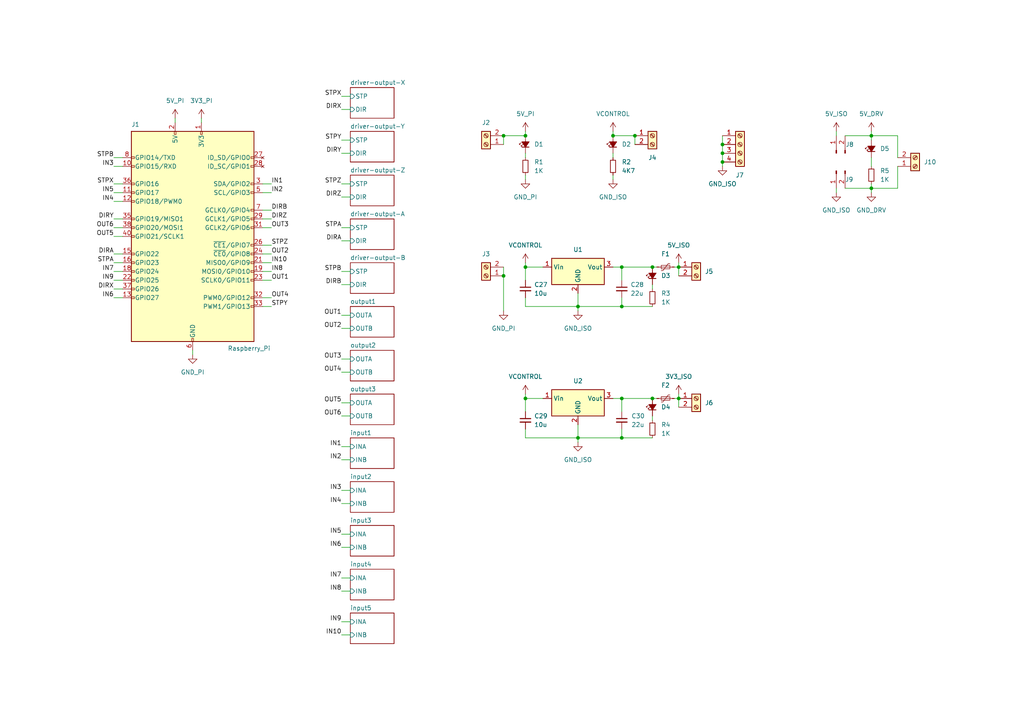
<source format=kicad_sch>
(kicad_sch (version 20230121) (generator eeschema)

  (uuid 0e41da92-7fec-467a-a29c-c48f1021375c)

  (paper "A4")

  (lib_symbols
    (symbol "Connector:Conn_01x02_Pin" (pin_names (offset 1.016) hide) (in_bom yes) (on_board yes)
      (property "Reference" "J" (at 0 2.54 0)
        (effects (font (size 1.27 1.27)))
      )
      (property "Value" "Conn_01x02_Pin" (at 0 -5.08 0)
        (effects (font (size 1.27 1.27)))
      )
      (property "Footprint" "" (at 0 0 0)
        (effects (font (size 1.27 1.27)) hide)
      )
      (property "Datasheet" "~" (at 0 0 0)
        (effects (font (size 1.27 1.27)) hide)
      )
      (property "ki_locked" "" (at 0 0 0)
        (effects (font (size 1.27 1.27)))
      )
      (property "ki_keywords" "connector" (at 0 0 0)
        (effects (font (size 1.27 1.27)) hide)
      )
      (property "ki_description" "Generic connector, single row, 01x02, script generated" (at 0 0 0)
        (effects (font (size 1.27 1.27)) hide)
      )
      (property "ki_fp_filters" "Connector*:*_1x??_*" (at 0 0 0)
        (effects (font (size 1.27 1.27)) hide)
      )
      (symbol "Conn_01x02_Pin_1_1"
        (polyline
          (pts
            (xy 1.27 -2.54)
            (xy 0.8636 -2.54)
          )
          (stroke (width 0.1524) (type default))
          (fill (type none))
        )
        (polyline
          (pts
            (xy 1.27 0)
            (xy 0.8636 0)
          )
          (stroke (width 0.1524) (type default))
          (fill (type none))
        )
        (rectangle (start 0.8636 -2.413) (end 0 -2.667)
          (stroke (width 0.1524) (type default))
          (fill (type outline))
        )
        (rectangle (start 0.8636 0.127) (end 0 -0.127)
          (stroke (width 0.1524) (type default))
          (fill (type outline))
        )
        (pin passive line (at 5.08 0 180) (length 3.81)
          (name "Pin_1" (effects (font (size 1.27 1.27))))
          (number "1" (effects (font (size 1.27 1.27))))
        )
        (pin passive line (at 5.08 -2.54 180) (length 3.81)
          (name "Pin_2" (effects (font (size 1.27 1.27))))
          (number "2" (effects (font (size 1.27 1.27))))
        )
      )
    )
    (symbol "Connector:Raspberry_Pi_2_3" (pin_names (offset 1.016)) (in_bom yes) (on_board yes)
      (property "Reference" "J1" (at -17.78 31.75 0)
        (effects (font (size 1.27 1.27)) (justify left bottom))
      )
      (property "Value" "Raspberry_Pi" (at 10.16 -31.75 0)
        (effects (font (size 1.27 1.27)) (justify left top))
      )
      (property "Footprint" "RPI:raspberrypi" (at 17.78 -35.56 0)
        (effects (font (size 1.27 1.27)) hide)
      )
      (property "Datasheet" "https://www.raspberrypi.org/documentation/hardware/raspberrypi/schematics/rpi_SCH_3bplus_1p0_reduced.pdf" (at 0 -44.45 0)
        (effects (font (size 1.27 1.27)) hide)
      )
      (property "ki_keywords" "raspberrypi gpio" (at 0 0 0)
        (effects (font (size 1.27 1.27)) hide)
      )
      (property "ki_description" "expansion header for Raspberry Pi 2 & 3" (at 0 0 0)
        (effects (font (size 1.27 1.27)) hide)
      )
      (property "ki_fp_filters" "PinHeader*2x20*P2.54mm*Vertical* PinSocket*2x20*P2.54mm*Vertical*" (at 0 0 0)
        (effects (font (size 1.27 1.27)) hide)
      )
      (symbol "Raspberry_Pi_2_3_0_1"
        (rectangle (start -17.78 30.48) (end 17.78 -30.48)
          (stroke (width 0.254) (type default))
          (fill (type background))
        )
      )
      (symbol "Raspberry_Pi_2_3_1_1"
        (rectangle (start -16.891 -17.526) (end -17.78 -18.034)
          (stroke (width 0) (type default))
          (fill (type none))
        )
        (rectangle (start -16.891 -14.986) (end -17.78 -15.494)
          (stroke (width 0) (type default))
          (fill (type none))
        )
        (rectangle (start -16.891 -12.446) (end -17.78 -12.954)
          (stroke (width 0) (type default))
          (fill (type none))
        )
        (rectangle (start -16.891 -9.906) (end -17.78 -10.414)
          (stroke (width 0) (type default))
          (fill (type none))
        )
        (rectangle (start -16.891 -7.366) (end -17.78 -7.874)
          (stroke (width 0) (type default))
          (fill (type none))
        )
        (rectangle (start -16.891 -4.826) (end -17.78 -5.334)
          (stroke (width 0) (type default))
          (fill (type none))
        )
        (rectangle (start -16.891 0.254) (end -17.78 -0.254)
          (stroke (width 0) (type default))
          (fill (type none))
        )
        (rectangle (start -16.891 2.794) (end -17.78 2.286)
          (stroke (width 0) (type default))
          (fill (type none))
        )
        (rectangle (start -16.891 5.334) (end -17.78 4.826)
          (stroke (width 0) (type default))
          (fill (type none))
        )
        (rectangle (start -16.891 10.414) (end -17.78 9.906)
          (stroke (width 0) (type default))
          (fill (type none))
        )
        (rectangle (start -16.891 12.954) (end -17.78 12.446)
          (stroke (width 0) (type default))
          (fill (type none))
        )
        (rectangle (start -16.891 15.494) (end -17.78 14.986)
          (stroke (width 0) (type default))
          (fill (type none))
        )
        (rectangle (start -16.891 20.574) (end -17.78 20.066)
          (stroke (width 0) (type default))
          (fill (type none))
        )
        (rectangle (start -16.891 23.114) (end -17.78 22.606)
          (stroke (width 0) (type default))
          (fill (type none))
        )
        (rectangle (start -5.334 30.48) (end -4.826 29.591)
          (stroke (width 0) (type default))
          (fill (type none))
        )
        (rectangle (start -0.254 -29.591) (end 0.254 -30.48)
          (stroke (width 0) (type default))
          (fill (type none))
        )
        (rectangle (start 2.286 30.48) (end 2.794 29.591)
          (stroke (width 0) (type default))
          (fill (type none))
        )
        (rectangle (start 17.78 -20.066) (end 16.891 -20.574)
          (stroke (width 0) (type default))
          (fill (type none))
        )
        (rectangle (start 17.78 -17.526) (end 16.891 -18.034)
          (stroke (width 0) (type default))
          (fill (type none))
        )
        (rectangle (start 17.78 -12.446) (end 16.891 -12.954)
          (stroke (width 0) (type default))
          (fill (type none))
        )
        (rectangle (start 17.78 -9.906) (end 16.891 -10.414)
          (stroke (width 0) (type default))
          (fill (type none))
        )
        (rectangle (start 17.78 -7.366) (end 16.891 -7.874)
          (stroke (width 0) (type default))
          (fill (type none))
        )
        (rectangle (start 17.78 -4.826) (end 16.891 -5.334)
          (stroke (width 0) (type default))
          (fill (type none))
        )
        (rectangle (start 17.78 -2.286) (end 16.891 -2.794)
          (stroke (width 0) (type default))
          (fill (type none))
        )
        (rectangle (start 17.78 2.794) (end 16.891 2.286)
          (stroke (width 0) (type default))
          (fill (type none))
        )
        (rectangle (start 17.78 5.334) (end 16.891 4.826)
          (stroke (width 0) (type default))
          (fill (type none))
        )
        (rectangle (start 17.78 7.874) (end 16.891 7.366)
          (stroke (width 0) (type default))
          (fill (type none))
        )
        (rectangle (start 17.78 12.954) (end 16.891 12.446)
          (stroke (width 0) (type default))
          (fill (type none))
        )
        (rectangle (start 17.78 15.494) (end 16.891 14.986)
          (stroke (width 0) (type default))
          (fill (type none))
        )
        (rectangle (start 17.78 20.574) (end 16.891 20.066)
          (stroke (width 0) (type default))
          (fill (type none))
        )
        (rectangle (start 17.78 23.114) (end 16.891 22.606)
          (stroke (width 0) (type default))
          (fill (type none))
        )
        (pin power_out line (at 2.54 33.02 270) (length 2.54)
          (name "3V3" (effects (font (size 1.27 1.27))))
          (number "1" (effects (font (size 1.27 1.27))))
        )
        (pin bidirectional line (at -20.32 20.32 0) (length 2.54)
          (name "GPIO15/RXD" (effects (font (size 1.27 1.27))))
          (number "10" (effects (font (size 1.27 1.27))))
        )
        (pin bidirectional line (at -20.32 12.7 0) (length 2.54)
          (name "GPIO17" (effects (font (size 1.27 1.27))))
          (number "11" (effects (font (size 1.27 1.27))))
        )
        (pin bidirectional line (at -20.32 10.16 0) (length 2.54)
          (name "GPIO18/PWM0" (effects (font (size 1.27 1.27))))
          (number "12" (effects (font (size 1.27 1.27))))
        )
        (pin bidirectional line (at -20.32 -17.78 0) (length 2.54)
          (name "GPIO27" (effects (font (size 1.27 1.27))))
          (number "13" (effects (font (size 1.27 1.27))))
        )
        (pin passive line (at 0 -33.02 90) (length 2.54) hide
          (name "GND" (effects (font (size 1.27 1.27))))
          (number "14" (effects (font (size 1.27 1.27))))
        )
        (pin bidirectional line (at -20.32 -5.08 0) (length 2.54)
          (name "GPIO22" (effects (font (size 1.27 1.27))))
          (number "15" (effects (font (size 1.27 1.27))))
        )
        (pin bidirectional line (at -20.32 -7.62 0) (length 2.54)
          (name "GPIO23" (effects (font (size 1.27 1.27))))
          (number "16" (effects (font (size 1.27 1.27))))
        )
        (pin passive line (at 2.54 33.02 270) (length 2.54) hide
          (name "3V3" (effects (font (size 1.27 1.27))))
          (number "17" (effects (font (size 1.27 1.27))))
        )
        (pin bidirectional line (at -20.32 -10.16 0) (length 2.54)
          (name "GPIO24" (effects (font (size 1.27 1.27))))
          (number "18" (effects (font (size 1.27 1.27))))
        )
        (pin bidirectional line (at 20.32 -10.16 180) (length 2.54)
          (name "MOSI0/GPIO10" (effects (font (size 1.27 1.27))))
          (number "19" (effects (font (size 1.27 1.27))))
        )
        (pin power_in line (at -5.08 33.02 270) (length 2.54)
          (name "5V" (effects (font (size 1.27 1.27))))
          (number "2" (effects (font (size 1.27 1.27))))
        )
        (pin passive line (at 0 -33.02 90) (length 2.54) hide
          (name "GND" (effects (font (size 1.27 1.27))))
          (number "20" (effects (font (size 1.27 1.27))))
        )
        (pin bidirectional line (at 20.32 -7.62 180) (length 2.54)
          (name "MISO0/GPIO9" (effects (font (size 1.27 1.27))))
          (number "21" (effects (font (size 1.27 1.27))))
        )
        (pin bidirectional line (at -20.32 -12.7 0) (length 2.54)
          (name "GPIO25" (effects (font (size 1.27 1.27))))
          (number "22" (effects (font (size 1.27 1.27))))
        )
        (pin bidirectional line (at 20.32 -12.7 180) (length 2.54)
          (name "SCLK0/GPIO11" (effects (font (size 1.27 1.27))))
          (number "23" (effects (font (size 1.27 1.27))))
        )
        (pin bidirectional line (at 20.32 -5.08 180) (length 2.54)
          (name "~{CE0}/GPIO8" (effects (font (size 1.27 1.27))))
          (number "24" (effects (font (size 1.27 1.27))))
        )
        (pin passive line (at 0 -33.02 90) (length 2.54) hide
          (name "GND" (effects (font (size 1.27 1.27))))
          (number "25" (effects (font (size 1.27 1.27))))
        )
        (pin bidirectional line (at 20.32 -2.54 180) (length 2.54)
          (name "~{CE1}/GPIO7" (effects (font (size 1.27 1.27))))
          (number "26" (effects (font (size 1.27 1.27))))
        )
        (pin no_connect line (at 20.32 22.86 180) (length 2.54)
          (name "ID_SD/GPIO0" (effects (font (size 1.27 1.27))))
          (number "27" (effects (font (size 1.27 1.27))))
        )
        (pin no_connect line (at 20.32 20.32 180) (length 2.54)
          (name "ID_SC/GPIO1" (effects (font (size 1.27 1.27))))
          (number "28" (effects (font (size 1.27 1.27))))
        )
        (pin bidirectional line (at 20.32 5.08 180) (length 2.54)
          (name "GCLK1/GPIO5" (effects (font (size 1.27 1.27))))
          (number "29" (effects (font (size 1.27 1.27))))
        )
        (pin bidirectional line (at 20.32 15.24 180) (length 2.54)
          (name "SDA/GPIO2" (effects (font (size 1.27 1.27))))
          (number "3" (effects (font (size 1.27 1.27))))
        )
        (pin passive line (at 0 -33.02 90) (length 2.54) hide
          (name "GND" (effects (font (size 1.27 1.27))))
          (number "30" (effects (font (size 1.27 1.27))))
        )
        (pin bidirectional line (at 20.32 2.54 180) (length 2.54)
          (name "GCLK2/GPIO6" (effects (font (size 1.27 1.27))))
          (number "31" (effects (font (size 1.27 1.27))))
        )
        (pin bidirectional line (at 20.32 -17.78 180) (length 2.54)
          (name "PWM0/GPIO12" (effects (font (size 1.27 1.27))))
          (number "32" (effects (font (size 1.27 1.27))))
        )
        (pin bidirectional line (at 20.32 -20.32 180) (length 2.54)
          (name "PWM1/GPIO13" (effects (font (size 1.27 1.27))))
          (number "33" (effects (font (size 1.27 1.27))))
        )
        (pin passive line (at 0 -33.02 90) (length 2.54) hide
          (name "GND" (effects (font (size 1.27 1.27))))
          (number "34" (effects (font (size 1.27 1.27))))
        )
        (pin bidirectional line (at -20.32 5.08 0) (length 2.54)
          (name "GPIO19/MISO1" (effects (font (size 1.27 1.27))))
          (number "35" (effects (font (size 1.27 1.27))))
        )
        (pin bidirectional line (at -20.32 15.24 0) (length 2.54)
          (name "GPIO16" (effects (font (size 1.27 1.27))))
          (number "36" (effects (font (size 1.27 1.27))))
        )
        (pin bidirectional line (at -20.32 -15.24 0) (length 2.54)
          (name "GPIO26" (effects (font (size 1.27 1.27))))
          (number "37" (effects (font (size 1.27 1.27))))
        )
        (pin bidirectional line (at -20.32 2.54 0) (length 2.54)
          (name "GPIO20/MOSI1" (effects (font (size 1.27 1.27))))
          (number "38" (effects (font (size 1.27 1.27))))
        )
        (pin passive line (at 0 -33.02 90) (length 2.54) hide
          (name "GND" (effects (font (size 1.27 1.27))))
          (number "39" (effects (font (size 1.27 1.27))))
        )
        (pin passive line (at -5.08 33.02 270) (length 2.54) hide
          (name "5V" (effects (font (size 1.27 1.27))))
          (number "4" (effects (font (size 1.27 1.27))))
        )
        (pin bidirectional line (at -20.32 0 0) (length 2.54)
          (name "GPIO21/SCLK1" (effects (font (size 1.27 1.27))))
          (number "40" (effects (font (size 1.27 1.27))))
        )
        (pin bidirectional line (at 20.32 12.7 180) (length 2.54)
          (name "SCL/GPIO3" (effects (font (size 1.27 1.27))))
          (number "5" (effects (font (size 1.27 1.27))))
        )
        (pin power_in line (at 0 -33.02 90) (length 2.54)
          (name "GND" (effects (font (size 1.27 1.27))))
          (number "6" (effects (font (size 1.27 1.27))))
        )
        (pin bidirectional line (at 20.32 7.62 180) (length 2.54)
          (name "GCLK0/GPIO4" (effects (font (size 1.27 1.27))))
          (number "7" (effects (font (size 1.27 1.27))))
        )
        (pin bidirectional line (at -20.32 22.86 0) (length 2.54)
          (name "GPIO14/TXD" (effects (font (size 1.27 1.27))))
          (number "8" (effects (font (size 1.27 1.27))))
        )
        (pin passive line (at 0 -33.02 90) (length 2.54) hide
          (name "GND" (effects (font (size 1.27 1.27))))
          (number "9" (effects (font (size 1.27 1.27))))
        )
      )
    )
    (symbol "Connector:Screw_Terminal_01x02" (pin_names (offset 1.016) hide) (in_bom yes) (on_board yes)
      (property "Reference" "J" (at 0 2.54 0)
        (effects (font (size 1.27 1.27)))
      )
      (property "Value" "Screw_Terminal_01x02" (at 0 -5.08 0)
        (effects (font (size 1.27 1.27)))
      )
      (property "Footprint" "" (at 0 0 0)
        (effects (font (size 1.27 1.27)) hide)
      )
      (property "Datasheet" "~" (at 0 0 0)
        (effects (font (size 1.27 1.27)) hide)
      )
      (property "ki_keywords" "screw terminal" (at 0 0 0)
        (effects (font (size 1.27 1.27)) hide)
      )
      (property "ki_description" "Generic screw terminal, single row, 01x02, script generated (kicad-library-utils/schlib/autogen/connector/)" (at 0 0 0)
        (effects (font (size 1.27 1.27)) hide)
      )
      (property "ki_fp_filters" "TerminalBlock*:*" (at 0 0 0)
        (effects (font (size 1.27 1.27)) hide)
      )
      (symbol "Screw_Terminal_01x02_1_1"
        (rectangle (start -1.27 1.27) (end 1.27 -3.81)
          (stroke (width 0.254) (type default))
          (fill (type background))
        )
        (circle (center 0 -2.54) (radius 0.635)
          (stroke (width 0.1524) (type default))
          (fill (type none))
        )
        (polyline
          (pts
            (xy -0.5334 -2.2098)
            (xy 0.3302 -3.048)
          )
          (stroke (width 0.1524) (type default))
          (fill (type none))
        )
        (polyline
          (pts
            (xy -0.5334 0.3302)
            (xy 0.3302 -0.508)
          )
          (stroke (width 0.1524) (type default))
          (fill (type none))
        )
        (polyline
          (pts
            (xy -0.3556 -2.032)
            (xy 0.508 -2.8702)
          )
          (stroke (width 0.1524) (type default))
          (fill (type none))
        )
        (polyline
          (pts
            (xy -0.3556 0.508)
            (xy 0.508 -0.3302)
          )
          (stroke (width 0.1524) (type default))
          (fill (type none))
        )
        (circle (center 0 0) (radius 0.635)
          (stroke (width 0.1524) (type default))
          (fill (type none))
        )
        (pin passive line (at -5.08 0 0) (length 3.81)
          (name "Pin_1" (effects (font (size 1.27 1.27))))
          (number "1" (effects (font (size 1.27 1.27))))
        )
        (pin passive line (at -5.08 -2.54 0) (length 3.81)
          (name "Pin_2" (effects (font (size 1.27 1.27))))
          (number "2" (effects (font (size 1.27 1.27))))
        )
      )
    )
    (symbol "Connector:Screw_Terminal_01x04" (pin_names (offset 1.016) hide) (in_bom yes) (on_board yes)
      (property "Reference" "J" (at 0 5.08 0)
        (effects (font (size 1.27 1.27)))
      )
      (property "Value" "Screw_Terminal_01x04" (at 0 -7.62 0)
        (effects (font (size 1.27 1.27)))
      )
      (property "Footprint" "" (at 0 0 0)
        (effects (font (size 1.27 1.27)) hide)
      )
      (property "Datasheet" "~" (at 0 0 0)
        (effects (font (size 1.27 1.27)) hide)
      )
      (property "ki_keywords" "screw terminal" (at 0 0 0)
        (effects (font (size 1.27 1.27)) hide)
      )
      (property "ki_description" "Generic screw terminal, single row, 01x04, script generated (kicad-library-utils/schlib/autogen/connector/)" (at 0 0 0)
        (effects (font (size 1.27 1.27)) hide)
      )
      (property "ki_fp_filters" "TerminalBlock*:*" (at 0 0 0)
        (effects (font (size 1.27 1.27)) hide)
      )
      (symbol "Screw_Terminal_01x04_1_1"
        (rectangle (start -1.27 3.81) (end 1.27 -6.35)
          (stroke (width 0.254) (type default))
          (fill (type background))
        )
        (circle (center 0 -5.08) (radius 0.635)
          (stroke (width 0.1524) (type default))
          (fill (type none))
        )
        (circle (center 0 -2.54) (radius 0.635)
          (stroke (width 0.1524) (type default))
          (fill (type none))
        )
        (polyline
          (pts
            (xy -0.5334 -4.7498)
            (xy 0.3302 -5.588)
          )
          (stroke (width 0.1524) (type default))
          (fill (type none))
        )
        (polyline
          (pts
            (xy -0.5334 -2.2098)
            (xy 0.3302 -3.048)
          )
          (stroke (width 0.1524) (type default))
          (fill (type none))
        )
        (polyline
          (pts
            (xy -0.5334 0.3302)
            (xy 0.3302 -0.508)
          )
          (stroke (width 0.1524) (type default))
          (fill (type none))
        )
        (polyline
          (pts
            (xy -0.5334 2.8702)
            (xy 0.3302 2.032)
          )
          (stroke (width 0.1524) (type default))
          (fill (type none))
        )
        (polyline
          (pts
            (xy -0.3556 -4.572)
            (xy 0.508 -5.4102)
          )
          (stroke (width 0.1524) (type default))
          (fill (type none))
        )
        (polyline
          (pts
            (xy -0.3556 -2.032)
            (xy 0.508 -2.8702)
          )
          (stroke (width 0.1524) (type default))
          (fill (type none))
        )
        (polyline
          (pts
            (xy -0.3556 0.508)
            (xy 0.508 -0.3302)
          )
          (stroke (width 0.1524) (type default))
          (fill (type none))
        )
        (polyline
          (pts
            (xy -0.3556 3.048)
            (xy 0.508 2.2098)
          )
          (stroke (width 0.1524) (type default))
          (fill (type none))
        )
        (circle (center 0 0) (radius 0.635)
          (stroke (width 0.1524) (type default))
          (fill (type none))
        )
        (circle (center 0 2.54) (radius 0.635)
          (stroke (width 0.1524) (type default))
          (fill (type none))
        )
        (pin passive line (at -5.08 2.54 0) (length 3.81)
          (name "Pin_1" (effects (font (size 1.27 1.27))))
          (number "1" (effects (font (size 1.27 1.27))))
        )
        (pin passive line (at -5.08 0 0) (length 3.81)
          (name "Pin_2" (effects (font (size 1.27 1.27))))
          (number "2" (effects (font (size 1.27 1.27))))
        )
        (pin passive line (at -5.08 -2.54 0) (length 3.81)
          (name "Pin_3" (effects (font (size 1.27 1.27))))
          (number "3" (effects (font (size 1.27 1.27))))
        )
        (pin passive line (at -5.08 -5.08 0) (length 3.81)
          (name "Pin_4" (effects (font (size 1.27 1.27))))
          (number "4" (effects (font (size 1.27 1.27))))
        )
      )
    )
    (symbol "Device:C_Small" (pin_numbers hide) (pin_names (offset 0.254) hide) (in_bom yes) (on_board yes)
      (property "Reference" "C" (at 0.254 1.778 0)
        (effects (font (size 1.27 1.27)) (justify left))
      )
      (property "Value" "C_Small" (at 0.254 -2.032 0)
        (effects (font (size 1.27 1.27)) (justify left))
      )
      (property "Footprint" "" (at 0 0 0)
        (effects (font (size 1.27 1.27)) hide)
      )
      (property "Datasheet" "~" (at 0 0 0)
        (effects (font (size 1.27 1.27)) hide)
      )
      (property "ki_keywords" "capacitor cap" (at 0 0 0)
        (effects (font (size 1.27 1.27)) hide)
      )
      (property "ki_description" "Unpolarized capacitor, small symbol" (at 0 0 0)
        (effects (font (size 1.27 1.27)) hide)
      )
      (property "ki_fp_filters" "C_*" (at 0 0 0)
        (effects (font (size 1.27 1.27)) hide)
      )
      (symbol "C_Small_0_1"
        (polyline
          (pts
            (xy -1.524 -0.508)
            (xy 1.524 -0.508)
          )
          (stroke (width 0.3302) (type default))
          (fill (type none))
        )
        (polyline
          (pts
            (xy -1.524 0.508)
            (xy 1.524 0.508)
          )
          (stroke (width 0.3048) (type default))
          (fill (type none))
        )
      )
      (symbol "C_Small_1_1"
        (pin passive line (at 0 2.54 270) (length 2.032)
          (name "~" (effects (font (size 1.27 1.27))))
          (number "1" (effects (font (size 1.27 1.27))))
        )
        (pin passive line (at 0 -2.54 90) (length 2.032)
          (name "~" (effects (font (size 1.27 1.27))))
          (number "2" (effects (font (size 1.27 1.27))))
        )
      )
    )
    (symbol "Device:LED_Small_Filled" (pin_numbers hide) (pin_names (offset 0.254) hide) (in_bom yes) (on_board yes)
      (property "Reference" "D" (at -1.27 3.175 0)
        (effects (font (size 1.27 1.27)) (justify left))
      )
      (property "Value" "LED_Small_Filled" (at -4.445 -2.54 0)
        (effects (font (size 1.27 1.27)) (justify left))
      )
      (property "Footprint" "" (at 0 0 90)
        (effects (font (size 1.27 1.27)) hide)
      )
      (property "Datasheet" "~" (at 0 0 90)
        (effects (font (size 1.27 1.27)) hide)
      )
      (property "ki_keywords" "LED diode light-emitting-diode" (at 0 0 0)
        (effects (font (size 1.27 1.27)) hide)
      )
      (property "ki_description" "Light emitting diode, small symbol, filled shape" (at 0 0 0)
        (effects (font (size 1.27 1.27)) hide)
      )
      (property "ki_fp_filters" "LED* LED_SMD:* LED_THT:*" (at 0 0 0)
        (effects (font (size 1.27 1.27)) hide)
      )
      (symbol "LED_Small_Filled_0_1"
        (polyline
          (pts
            (xy -0.762 -1.016)
            (xy -0.762 1.016)
          )
          (stroke (width 0.254) (type default))
          (fill (type none))
        )
        (polyline
          (pts
            (xy 1.016 0)
            (xy -0.762 0)
          )
          (stroke (width 0) (type default))
          (fill (type none))
        )
        (polyline
          (pts
            (xy 0.762 -1.016)
            (xy -0.762 0)
            (xy 0.762 1.016)
            (xy 0.762 -1.016)
          )
          (stroke (width 0.254) (type default))
          (fill (type outline))
        )
        (polyline
          (pts
            (xy 0 0.762)
            (xy -0.508 1.27)
            (xy -0.254 1.27)
            (xy -0.508 1.27)
            (xy -0.508 1.016)
          )
          (stroke (width 0) (type default))
          (fill (type none))
        )
        (polyline
          (pts
            (xy 0.508 1.27)
            (xy 0 1.778)
            (xy 0.254 1.778)
            (xy 0 1.778)
            (xy 0 1.524)
          )
          (stroke (width 0) (type default))
          (fill (type none))
        )
      )
      (symbol "LED_Small_Filled_1_1"
        (pin passive line (at -2.54 0 0) (length 1.778)
          (name "K" (effects (font (size 1.27 1.27))))
          (number "1" (effects (font (size 1.27 1.27))))
        )
        (pin passive line (at 2.54 0 180) (length 1.778)
          (name "A" (effects (font (size 1.27 1.27))))
          (number "2" (effects (font (size 1.27 1.27))))
        )
      )
    )
    (symbol "Device:Polyfuse_Small" (pin_numbers hide) (pin_names (offset 0)) (in_bom yes) (on_board yes)
      (property "Reference" "F" (at -1.905 0 90)
        (effects (font (size 1.27 1.27)))
      )
      (property "Value" "Polyfuse_Small" (at 1.905 0 90)
        (effects (font (size 1.27 1.27)))
      )
      (property "Footprint" "" (at 1.27 -5.08 0)
        (effects (font (size 1.27 1.27)) (justify left) hide)
      )
      (property "Datasheet" "~" (at 0 0 0)
        (effects (font (size 1.27 1.27)) hide)
      )
      (property "ki_keywords" "resettable fuse PTC PPTC polyfuse polyswitch" (at 0 0 0)
        (effects (font (size 1.27 1.27)) hide)
      )
      (property "ki_description" "Resettable fuse, polymeric positive temperature coefficient, small symbol" (at 0 0 0)
        (effects (font (size 1.27 1.27)) hide)
      )
      (property "ki_fp_filters" "*polyfuse* *PTC*" (at 0 0 0)
        (effects (font (size 1.27 1.27)) hide)
      )
      (symbol "Polyfuse_Small_0_1"
        (rectangle (start -0.508 1.27) (end 0.508 -1.27)
          (stroke (width 0) (type default))
          (fill (type none))
        )
        (polyline
          (pts
            (xy 0 2.54)
            (xy 0 -2.54)
          )
          (stroke (width 0) (type default))
          (fill (type none))
        )
        (polyline
          (pts
            (xy -1.016 1.27)
            (xy -1.016 0.762)
            (xy 1.016 -0.762)
            (xy 1.016 -1.27)
          )
          (stroke (width 0) (type default))
          (fill (type none))
        )
      )
      (symbol "Polyfuse_Small_1_1"
        (pin passive line (at 0 2.54 270) (length 0.635)
          (name "~" (effects (font (size 1.27 1.27))))
          (number "1" (effects (font (size 1.27 1.27))))
        )
        (pin passive line (at 0 -2.54 90) (length 0.635)
          (name "~" (effects (font (size 1.27 1.27))))
          (number "2" (effects (font (size 1.27 1.27))))
        )
      )
    )
    (symbol "Device:R_Small" (pin_numbers hide) (pin_names (offset 0.254) hide) (in_bom yes) (on_board yes)
      (property "Reference" "R" (at 0.762 0.508 0)
        (effects (font (size 1.27 1.27)) (justify left))
      )
      (property "Value" "R_Small" (at 0.762 -1.016 0)
        (effects (font (size 1.27 1.27)) (justify left))
      )
      (property "Footprint" "" (at 0 0 0)
        (effects (font (size 1.27 1.27)) hide)
      )
      (property "Datasheet" "~" (at 0 0 0)
        (effects (font (size 1.27 1.27)) hide)
      )
      (property "ki_keywords" "R resistor" (at 0 0 0)
        (effects (font (size 1.27 1.27)) hide)
      )
      (property "ki_description" "Resistor, small symbol" (at 0 0 0)
        (effects (font (size 1.27 1.27)) hide)
      )
      (property "ki_fp_filters" "R_*" (at 0 0 0)
        (effects (font (size 1.27 1.27)) hide)
      )
      (symbol "R_Small_0_1"
        (rectangle (start -0.762 1.778) (end 0.762 -1.778)
          (stroke (width 0.2032) (type default))
          (fill (type none))
        )
      )
      (symbol "R_Small_1_1"
        (pin passive line (at 0 2.54 270) (length 0.762)
          (name "~" (effects (font (size 1.27 1.27))))
          (number "1" (effects (font (size 1.27 1.27))))
        )
        (pin passive line (at 0 -2.54 90) (length 0.762)
          (name "~" (effects (font (size 1.27 1.27))))
          (number "2" (effects (font (size 1.27 1.27))))
        )
      )
    )
    (symbol "GND_1" (power) (pin_names (offset 0)) (in_bom yes) (on_board yes)
      (property "Reference" "GND_ISO" (at 0 -6.35 0)
        (effects (font (size 1.27 1.27)) hide)
      )
      (property "Value" "GND_1" (at 0 -5.08 0)
        (effects (font (size 1.27 1.27)))
      )
      (property "Footprint" "" (at 0 0 0)
        (effects (font (size 1.27 1.27)) hide)
      )
      (property "Datasheet" "" (at 0 0 0)
        (effects (font (size 1.27 1.27)) hide)
      )
      (property "ki_keywords" "global power" (at 0 0 0)
        (effects (font (size 1.27 1.27)) hide)
      )
      (property "ki_description" "Power symbol creates a global label with name \"GND\" , ground" (at 0 0 0)
        (effects (font (size 1.27 1.27)) hide)
      )
      (symbol "GND_1_0_1"
        (polyline
          (pts
            (xy 0 0)
            (xy 0 -1.27)
            (xy 1.27 -1.27)
            (xy 0 -2.54)
            (xy -1.27 -1.27)
            (xy 0 -1.27)
          )
          (stroke (width 0) (type default))
          (fill (type none))
        )
      )
      (symbol "GND_1_1_1"
        (pin power_in line (at 0 0 270) (length 0) hide
          (name "GND_ISO" (effects (font (size 1.27 1.27))))
          (number "1" (effects (font (size 1.27 1.27))))
        )
      )
    )
    (symbol "GND_2" (power) (pin_names (offset 0)) (in_bom yes) (on_board yes)
      (property "Reference" "#GND_PI0101" (at 0 -6.35 0)
        (effects (font (size 1.27 1.27)) hide)
      )
      (property "Value" "GND_2" (at 0 -5.08 0)
        (effects (font (size 1.27 1.27)))
      )
      (property "Footprint" "" (at 0 0 0)
        (effects (font (size 1.27 1.27)) hide)
      )
      (property "Datasheet" "" (at 0 0 0)
        (effects (font (size 1.27 1.27)) hide)
      )
      (property "ki_keywords" "global power" (at 0 0 0)
        (effects (font (size 1.27 1.27)) hide)
      )
      (property "ki_description" "Power symbol creates a global label with name \"GND\" , ground" (at 0 0 0)
        (effects (font (size 1.27 1.27)) hide)
      )
      (symbol "GND_2_0_1"
        (polyline
          (pts
            (xy 0 0)
            (xy 0 -1.27)
            (xy 1.27 -1.27)
            (xy 0 -2.54)
            (xy -1.27 -1.27)
            (xy 0 -1.27)
          )
          (stroke (width 0) (type default))
          (fill (type none))
        )
      )
      (symbol "GND_2_1_1"
        (pin power_in line (at 0 0 270) (length 0) hide
          (name "GND_PI" (effects (font (size 1.27 1.27))))
          (number "1" (effects (font (size 1.27 1.27))))
        )
      )
    )
    (symbol "GND_3" (power) (pin_names (offset 0)) (in_bom yes) (on_board yes)
      (property "Reference" "GND_DRV" (at 0 -6.35 0)
        (effects (font (size 1.27 1.27)) hide)
      )
      (property "Value" "GND_DRV" (at 0 -5.08 0)
        (effects (font (size 1.27 1.27)))
      )
      (property "Footprint" "" (at 0 0 0)
        (effects (font (size 1.27 1.27)) hide)
      )
      (property "Datasheet" "" (at 0 0 0)
        (effects (font (size 1.27 1.27)) hide)
      )
      (property "ki_keywords" "global power" (at 0 0 0)
        (effects (font (size 1.27 1.27)) hide)
      )
      (property "ki_description" "Power symbol creates a global label with name \"GND\" , ground" (at 0 0 0)
        (effects (font (size 1.27 1.27)) hide)
      )
      (symbol "GND_3_0_1"
        (polyline
          (pts
            (xy 0 0)
            (xy 0 -1.27)
            (xy 1.27 -1.27)
            (xy 0 -2.54)
            (xy -1.27 -1.27)
            (xy 0 -1.27)
          )
          (stroke (width 0) (type default))
          (fill (type none))
        )
      )
      (symbol "GND_3_1_1"
        (pin power_in line (at 0 0 270) (length 0) hide
          (name "GND_DRV" (effects (font (size 1.27 1.27))))
          (number "1" (effects (font (size 1.27 1.27))))
        )
      )
    )
    (symbol "Regulator_Switching:TSR_1-2433" (in_bom yes) (on_board yes)
      (property "Reference" "U" (at -7.62 6.35 0)
        (effects (font (size 1.27 1.27)) (justify left))
      )
      (property "Value" "TSR_1-2433" (at -1.27 6.35 0)
        (effects (font (size 1.27 1.27)) (justify left))
      )
      (property "Footprint" "Converter_DCDC:Converter_DCDC_TRACO_TSR-1_THT" (at 0 -3.81 0)
        (effects (font (size 1.27 1.27) italic) (justify left) hide)
      )
      (property "Datasheet" "http://www.tracopower.com/products/tsr1.pdf" (at 0 0 0)
        (effects (font (size 1.27 1.27)) hide)
      )
      (property "ki_keywords" "dc-dc traco buck" (at 0 0 0)
        (effects (font (size 1.27 1.27)) hide)
      )
      (property "ki_description" "1A step-down regulator module, fixed 3.3V output voltage, 5-36V input voltage, -40°C to +85°C temperature range, TO-220 compatible LM78xx replacement" (at 0 0 0)
        (effects (font (size 1.27 1.27)) hide)
      )
      (property "ki_fp_filters" "Converter*DCDC*TRACO*TSR?1*" (at 0 0 0)
        (effects (font (size 1.27 1.27)) hide)
      )
      (symbol "TSR_1-2433_0_1"
        (rectangle (start -7.62 5.08) (end 7.62 -2.54)
          (stroke (width 0.254) (type default))
          (fill (type background))
        )
      )
      (symbol "TSR_1-2433_1_1"
        (pin power_in line (at -10.16 2.54 0) (length 2.54)
          (name "Vin" (effects (font (size 1.27 1.27))))
          (number "1" (effects (font (size 1.27 1.27))))
        )
        (pin power_in line (at 0 -5.08 90) (length 2.54)
          (name "GND" (effects (font (size 1.27 1.27))))
          (number "2" (effects (font (size 1.27 1.27))))
        )
        (pin power_out line (at 10.16 2.54 180) (length 2.54)
          (name "Vout" (effects (font (size 1.27 1.27))))
          (number "3" (effects (font (size 1.27 1.27))))
        )
      )
    )
    (symbol "Regulator_Switching:TSR_1-2450" (in_bom yes) (on_board yes)
      (property "Reference" "U" (at -7.62 6.35 0)
        (effects (font (size 1.27 1.27)) (justify left))
      )
      (property "Value" "TSR_1-2450" (at -1.27 6.35 0)
        (effects (font (size 1.27 1.27)) (justify left))
      )
      (property "Footprint" "Converter_DCDC:Converter_DCDC_TRACO_TSR-1_THT" (at 0 -3.81 0)
        (effects (font (size 1.27 1.27) italic) (justify left) hide)
      )
      (property "Datasheet" "http://www.tracopower.com/products/tsr1.pdf" (at 0 0 0)
        (effects (font (size 1.27 1.27)) hide)
      )
      (property "ki_keywords" "dc-dc traco buck" (at 0 0 0)
        (effects (font (size 1.27 1.27)) hide)
      )
      (property "ki_description" "1A step-down regulator module, fixed 5V output voltage, 5-36V input voltage, -40°C to +85°C temperature range, TO-220 compatible LM78xx replacement" (at 0 0 0)
        (effects (font (size 1.27 1.27)) hide)
      )
      (property "ki_fp_filters" "Converter*DCDC*TRACO*TSR?1*" (at 0 0 0)
        (effects (font (size 1.27 1.27)) hide)
      )
      (symbol "TSR_1-2450_0_1"
        (rectangle (start -7.62 5.08) (end 7.62 -2.54)
          (stroke (width 0.254) (type default))
          (fill (type background))
        )
      )
      (symbol "TSR_1-2450_1_1"
        (pin power_in line (at -10.16 2.54 0) (length 2.54)
          (name "Vin" (effects (font (size 1.27 1.27))))
          (number "1" (effects (font (size 1.27 1.27))))
        )
        (pin power_in line (at 0 -5.08 90) (length 2.54)
          (name "GND" (effects (font (size 1.27 1.27))))
          (number "2" (effects (font (size 1.27 1.27))))
        )
        (pin power_out line (at 10.16 2.54 180) (length 2.54)
          (name "Vout" (effects (font (size 1.27 1.27))))
          (number "3" (effects (font (size 1.27 1.27))))
        )
      )
    )
    (symbol "VDD_1" (power) (pin_names (offset 0)) (in_bom yes) (on_board yes)
      (property "Reference" "#5V_PI0101" (at 0 3.81 0)
        (effects (font (size 1.27 1.27)) hide)
      )
      (property "Value" "5V_PI" (at 0 5.08 0)
        (effects (font (size 1.27 1.27)))
      )
      (property "Footprint" "" (at 0 0 0)
        (effects (font (size 1.27 1.27)) hide)
      )
      (property "Datasheet" "" (at 0 0 0)
        (effects (font (size 1.27 1.27)) hide)
      )
      (property "ki_keywords" "global power" (at 0 0 0)
        (effects (font (size 1.27 1.27)) hide)
      )
      (property "ki_description" "Power symbol creates a global label with name \"VDD\"" (at 0 0 0)
        (effects (font (size 1.27 1.27)) hide)
      )
      (symbol "VDD_1_0_1"
        (polyline
          (pts
            (xy -0.762 1.27)
            (xy 0 2.54)
          )
          (stroke (width 0) (type default))
          (fill (type none))
        )
        (polyline
          (pts
            (xy 0 0)
            (xy 0 2.54)
          )
          (stroke (width 0) (type default))
          (fill (type none))
        )
        (polyline
          (pts
            (xy 0 2.54)
            (xy 0.762 1.27)
          )
          (stroke (width 0) (type default))
          (fill (type none))
        )
      )
      (symbol "VDD_1_1_1"
        (pin power_in line (at 0 0 90) (length 0) hide
          (name "5V_PI" (effects (font (size 1.27 1.27))))
          (number "1" (effects (font (size 1.27 1.27))))
        )
      )
    )
    (symbol "VDD_2" (power) (pin_names (offset 0)) (in_bom yes) (on_board yes)
      (property "Reference" "#3V3_PI0101" (at 0 3.81 0)
        (effects (font (size 1.27 1.27)) hide)
      )
      (property "Value" "VDD_2" (at 0 5.08 0)
        (effects (font (size 1.27 1.27)))
      )
      (property "Footprint" "" (at 0 0 0)
        (effects (font (size 1.27 1.27)) hide)
      )
      (property "Datasheet" "" (at 0 0 0)
        (effects (font (size 1.27 1.27)) hide)
      )
      (property "ki_keywords" "global power" (at 0 0 0)
        (effects (font (size 1.27 1.27)) hide)
      )
      (property "ki_description" "Power symbol creates a global label with name \"VDD\"" (at 0 0 0)
        (effects (font (size 1.27 1.27)) hide)
      )
      (symbol "VDD_2_0_1"
        (polyline
          (pts
            (xy -0.762 1.27)
            (xy 0 2.54)
          )
          (stroke (width 0) (type default))
          (fill (type none))
        )
        (polyline
          (pts
            (xy 0 0)
            (xy 0 2.54)
          )
          (stroke (width 0) (type default))
          (fill (type none))
        )
        (polyline
          (pts
            (xy 0 2.54)
            (xy 0.762 1.27)
          )
          (stroke (width 0) (type default))
          (fill (type none))
        )
      )
      (symbol "VDD_2_1_1"
        (pin power_in line (at 0 0 90) (length 0) hide
          (name "3V3_PI" (effects (font (size 1.27 1.27))))
          (number "1" (effects (font (size 1.27 1.27))))
        )
      )
    )
    (symbol "VDD_3" (power) (pin_names (offset 0)) (in_bom yes) (on_board yes)
      (property "Reference" "VCONTROL" (at 0 -3.81 0)
        (effects (font (size 1.27 1.27)) hide)
      )
      (property "Value" "VCONTROL" (at 0 5.08 0)
        (effects (font (size 1.27 1.27)))
      )
      (property "Footprint" "" (at 0 0 0)
        (effects (font (size 1.27 1.27)) hide)
      )
      (property "Datasheet" "" (at 0 0 0)
        (effects (font (size 1.27 1.27)) hide)
      )
      (property "ki_keywords" "global power" (at 0 0 0)
        (effects (font (size 1.27 1.27)) hide)
      )
      (property "ki_description" "Power symbol creates a global label with name \"VDD\"" (at 0 0 0)
        (effects (font (size 1.27 1.27)) hide)
      )
      (symbol "VDD_3_0_1"
        (polyline
          (pts
            (xy -0.762 1.27)
            (xy 0 2.54)
          )
          (stroke (width 0) (type default))
          (fill (type none))
        )
        (polyline
          (pts
            (xy 0 0)
            (xy 0 2.54)
          )
          (stroke (width 0) (type default))
          (fill (type none))
        )
        (polyline
          (pts
            (xy 0 2.54)
            (xy 0.762 1.27)
          )
          (stroke (width 0) (type default))
          (fill (type none))
        )
      )
      (symbol "VDD_3_1_1"
        (pin power_in line (at 0 0 90) (length 0) hide
          (name "VCONTROL" (effects (font (size 1.27 1.27))))
          (number "1" (effects (font (size 1.27 1.27))))
        )
      )
    )
    (symbol "VDD_4" (power) (pin_names (offset 0)) (in_bom yes) (on_board yes)
      (property "Reference" "3V3_ISO" (at 0 -3.81 0)
        (effects (font (size 1.27 1.27)) hide)
      )
      (property "Value" "3V3_ISO" (at 0 5.08 0)
        (effects (font (size 1.27 1.27)))
      )
      (property "Footprint" "" (at 0 0 0)
        (effects (font (size 1.27 1.27)) hide)
      )
      (property "Datasheet" "" (at 0 0 0)
        (effects (font (size 1.27 1.27)) hide)
      )
      (property "ki_keywords" "global power" (at 0 0 0)
        (effects (font (size 1.27 1.27)) hide)
      )
      (property "ki_description" "Power symbol creates a global label with name \"VDD\"" (at 0 0 0)
        (effects (font (size 1.27 1.27)) hide)
      )
      (symbol "VDD_4_0_1"
        (polyline
          (pts
            (xy -0.762 1.27)
            (xy 0 2.54)
          )
          (stroke (width 0) (type default))
          (fill (type none))
        )
        (polyline
          (pts
            (xy 0 0)
            (xy 0 2.54)
          )
          (stroke (width 0) (type default))
          (fill (type none))
        )
        (polyline
          (pts
            (xy 0 2.54)
            (xy 0.762 1.27)
          )
          (stroke (width 0) (type default))
          (fill (type none))
        )
      )
      (symbol "VDD_4_1_1"
        (pin power_in line (at 0 0 90) (length 0) hide
          (name "3V3_ISO" (effects (font (size 1.27 1.27))))
          (number "1" (effects (font (size 1.27 1.27))))
        )
      )
    )
    (symbol "VDD_5" (power) (pin_names (offset 0)) (in_bom yes) (on_board yes)
      (property "Reference" "5V_DRV" (at 0 -3.81 0)
        (effects (font (size 1.27 1.27)) hide)
      )
      (property "Value" "5V_DRV" (at 0 5.08 0)
        (effects (font (size 1.27 1.27)))
      )
      (property "Footprint" "" (at 0 0 0)
        (effects (font (size 1.27 1.27)) hide)
      )
      (property "Datasheet" "" (at 0 0 0)
        (effects (font (size 1.27 1.27)) hide)
      )
      (property "ki_keywords" "global power" (at 0 0 0)
        (effects (font (size 1.27 1.27)) hide)
      )
      (property "ki_description" "Power symbol creates a global label with name \"VDD\"" (at 0 0 0)
        (effects (font (size 1.27 1.27)) hide)
      )
      (symbol "VDD_5_0_1"
        (polyline
          (pts
            (xy -0.762 1.27)
            (xy 0 2.54)
          )
          (stroke (width 0) (type default))
          (fill (type none))
        )
        (polyline
          (pts
            (xy 0 0)
            (xy 0 2.54)
          )
          (stroke (width 0) (type default))
          (fill (type none))
        )
        (polyline
          (pts
            (xy 0 2.54)
            (xy 0.762 1.27)
          )
          (stroke (width 0) (type default))
          (fill (type none))
        )
      )
      (symbol "VDD_5_1_1"
        (pin power_in line (at 0 0 90) (length 0) hide
          (name "5V_DRV" (effects (font (size 1.27 1.27))))
          (number "1" (effects (font (size 1.27 1.27))))
        )
      )
    )
    (symbol "power:VDD" (power) (pin_names (offset 0)) (in_bom yes) (on_board yes)
      (property "Reference" "5V_ISO" (at 0 -3.81 0)
        (effects (font (size 1.27 1.27)) hide)
      )
      (property "Value" "5V_ISO" (at 0 5.08 0)
        (effects (font (size 1.27 1.27)))
      )
      (property "Footprint" "" (at 0 0 0)
        (effects (font (size 1.27 1.27)) hide)
      )
      (property "Datasheet" "" (at 0 0 0)
        (effects (font (size 1.27 1.27)) hide)
      )
      (property "ki_keywords" "global power" (at 0 0 0)
        (effects (font (size 1.27 1.27)) hide)
      )
      (property "ki_description" "Power symbol creates a global label with name \"VDD\"" (at 0 0 0)
        (effects (font (size 1.27 1.27)) hide)
      )
      (symbol "VDD_0_1"
        (polyline
          (pts
            (xy -0.762 1.27)
            (xy 0 2.54)
          )
          (stroke (width 0) (type default))
          (fill (type none))
        )
        (polyline
          (pts
            (xy 0 0)
            (xy 0 2.54)
          )
          (stroke (width 0) (type default))
          (fill (type none))
        )
        (polyline
          (pts
            (xy 0 2.54)
            (xy 0.762 1.27)
          )
          (stroke (width 0) (type default))
          (fill (type none))
        )
      )
      (symbol "VDD_1_1"
        (pin power_in line (at 0 0 90) (length 0) hide
          (name "5V_ISO" (effects (font (size 1.27 1.27))))
          (number "1" (effects (font (size 1.27 1.27))))
        )
      )
    )
  )

  (junction (at 209.55 41.91) (diameter 0) (color 0 0 0 0)
    (uuid 11055277-5c99-4ad5-ac39-ed54e513cfe3)
  )
  (junction (at 180.34 88.9) (diameter 0) (color 0 0 0 0)
    (uuid 16c7b352-870b-4351-a834-9acf587c3086)
  )
  (junction (at 146.05 80.01) (diameter 0) (color 0 0 0 0)
    (uuid 19f0644f-6dbd-48fa-b0b1-aef80d4ab625)
  )
  (junction (at 196.85 77.47) (diameter 0) (color 0 0 0 0)
    (uuid 24673daa-2572-42e5-99e2-2623795ffb39)
  )
  (junction (at 209.55 46.99) (diameter 0) (color 0 0 0 0)
    (uuid 335711f8-50f6-4101-a0b7-1ab17e733e63)
  )
  (junction (at 180.34 127) (diameter 0) (color 0 0 0 0)
    (uuid 45cb0662-de2f-409e-b3ff-a1075c6c5631)
  )
  (junction (at 152.4 77.47) (diameter 0) (color 0 0 0 0)
    (uuid 56481f44-f565-46fc-be50-0ec15b32a841)
  )
  (junction (at 189.23 115.57) (diameter 0) (color 0 0 0 0)
    (uuid 56967551-ed16-4a7f-af1e-7a6e47a7acec)
  )
  (junction (at 180.34 115.57) (diameter 0) (color 0 0 0 0)
    (uuid 6d11b74d-a4b6-40f4-b052-b7e38a8f178c)
  )
  (junction (at 184.15 39.37) (diameter 0) (color 0 0 0 0)
    (uuid 6e242ca2-1799-4828-88a7-5c3c9f49878b)
  )
  (junction (at 180.34 77.47) (diameter 0) (color 0 0 0 0)
    (uuid 831c67ea-ebae-4d57-8b58-cd514478f05e)
  )
  (junction (at 252.73 54.61) (diameter 0) (color 0 0 0 0)
    (uuid 9490d754-b38c-4103-865e-77cc45ad99fd)
  )
  (junction (at 167.64 88.9) (diameter 0) (color 0 0 0 0)
    (uuid a0897e30-9003-4e1f-900e-3b1473a78d70)
  )
  (junction (at 152.4 39.37) (diameter 0) (color 0 0 0 0)
    (uuid a351a205-d8d6-4194-bf55-2a8e02d30bd4)
  )
  (junction (at 146.05 39.37) (diameter 0) (color 0 0 0 0)
    (uuid a5359550-679c-4b8f-ae88-f07ab783142f)
  )
  (junction (at 189.23 77.47) (diameter 0) (color 0 0 0 0)
    (uuid b0970593-623b-4e37-8237-4d316f9dd746)
  )
  (junction (at 177.8 39.37) (diameter 0) (color 0 0 0 0)
    (uuid c817becb-df5b-4323-bac9-2b0d924c9c63)
  )
  (junction (at 152.4 115.57) (diameter 0) (color 0 0 0 0)
    (uuid c9d36b8b-e656-4649-a931-51f77c2c6624)
  )
  (junction (at 167.64 127) (diameter 0) (color 0 0 0 0)
    (uuid cb58d66f-fabf-4674-8df3-9e74ea1ef749)
  )
  (junction (at 209.55 44.45) (diameter 0) (color 0 0 0 0)
    (uuid e06e05b3-76e3-40c2-977a-a4a48fe0d10b)
  )
  (junction (at 252.73 39.37) (diameter 0) (color 0 0 0 0)
    (uuid e8c67a3d-2308-40f9-bb0f-4b926e03097c)
  )
  (junction (at 196.85 115.57) (diameter 0) (color 0 0 0 0)
    (uuid fe93d7df-8b3f-45a0-a2f9-72188cb9e205)
  )

  (wire (pts (xy 146.05 39.37) (xy 152.4 39.37))
    (stroke (width 0) (type default))
    (uuid 00c7bda0-15d7-443f-80b9-a6e9c8820ff7)
  )
  (wire (pts (xy 152.4 127) (xy 167.64 127))
    (stroke (width 0) (type default))
    (uuid 01f92aa0-6d96-4cf2-9b1d-37dcfd20f0cb)
  )
  (wire (pts (xy 260.35 39.37) (xy 260.35 45.72))
    (stroke (width 0) (type default))
    (uuid 02bc8b82-b521-4b2f-bcba-818af33f29dd)
  )
  (wire (pts (xy 33.02 63.5) (xy 35.56 63.5))
    (stroke (width 0) (type default))
    (uuid 03361f9c-3366-40b5-a487-86e82c25fbe8)
  )
  (wire (pts (xy 177.8 44.45) (xy 177.8 45.72))
    (stroke (width 0) (type default))
    (uuid 03797ed7-5995-4bd4-8c37-c5b69f7c9eec)
  )
  (wire (pts (xy 99.06 107.95) (xy 101.6 107.95))
    (stroke (width 0) (type default))
    (uuid 0896c7ef-b465-4ef3-83cb-68b648945af3)
  )
  (wire (pts (xy 177.8 115.57) (xy 180.34 115.57))
    (stroke (width 0) (type default))
    (uuid 0a2326fb-ad7e-4a00-bf97-d196ffcc8dfd)
  )
  (wire (pts (xy 152.4 119.38) (xy 152.4 115.57))
    (stroke (width 0) (type default))
    (uuid 0d27cc69-b6c0-44f0-be0d-f98ee5881b96)
  )
  (wire (pts (xy 76.2 53.34) (xy 78.74 53.34))
    (stroke (width 0) (type default))
    (uuid 0ec30d99-39d3-4c3f-829f-c3ea30b22187)
  )
  (wire (pts (xy 99.06 142.24) (xy 101.6 142.24))
    (stroke (width 0) (type default))
    (uuid 0fdc1dd8-87f1-400b-9096-906be73c65cd)
  )
  (wire (pts (xy 152.4 50.8) (xy 152.4 52.07))
    (stroke (width 0) (type default))
    (uuid 1313050e-032d-4483-af5c-b2eed452bdd3)
  )
  (wire (pts (xy 152.4 77.47) (xy 157.48 77.47))
    (stroke (width 0) (type default))
    (uuid 144ace01-144e-4edb-932e-a01ad0fad8eb)
  )
  (wire (pts (xy 99.06 120.65) (xy 101.6 120.65))
    (stroke (width 0) (type default))
    (uuid 157b48da-fd47-4e95-899f-7a3ea4a5f0d7)
  )
  (wire (pts (xy 33.02 76.2) (xy 35.56 76.2))
    (stroke (width 0) (type default))
    (uuid 2110af38-7795-4ffc-9d83-54e3854ee158)
  )
  (wire (pts (xy 242.57 38.1) (xy 242.57 39.37))
    (stroke (width 0) (type default))
    (uuid 228a18d2-a6cc-444e-9e1b-bd9c4ef08759)
  )
  (wire (pts (xy 196.85 76.2) (xy 196.85 77.47))
    (stroke (width 0) (type default))
    (uuid 2557800c-7447-476c-ae4c-35891a9e0be9)
  )
  (wire (pts (xy 252.73 38.1) (xy 252.73 39.37))
    (stroke (width 0) (type default))
    (uuid 2a200011-2a9d-4eea-b8b5-b7b34e260a26)
  )
  (wire (pts (xy 180.34 86.36) (xy 180.34 88.9))
    (stroke (width 0) (type default))
    (uuid 2ad6a4fe-eb51-41b1-bedc-b27990f47bb1)
  )
  (wire (pts (xy 245.11 54.61) (xy 252.73 54.61))
    (stroke (width 0) (type default))
    (uuid 2c9fa9f5-697f-403d-bf42-cc0c1089a904)
  )
  (wire (pts (xy 33.02 53.34) (xy 35.56 53.34))
    (stroke (width 0) (type default))
    (uuid 2d03397a-4618-4c86-a72b-ce935ce516ef)
  )
  (wire (pts (xy 180.34 77.47) (xy 189.23 77.47))
    (stroke (width 0) (type default))
    (uuid 2dad404f-17f4-4b90-88da-0a83e9bd926f)
  )
  (wire (pts (xy 33.02 81.28) (xy 35.56 81.28))
    (stroke (width 0) (type default))
    (uuid 2e240eec-14fa-46ab-875b-b6e42be09533)
  )
  (wire (pts (xy 99.06 184.15) (xy 101.6 184.15))
    (stroke (width 0) (type default))
    (uuid 2f131ebb-3799-45c7-a17d-d97466f12c9a)
  )
  (wire (pts (xy 99.06 82.55) (xy 101.6 82.55))
    (stroke (width 0) (type default))
    (uuid 2febd17c-40b8-458f-95d1-0c16714ac2ae)
  )
  (wire (pts (xy 180.34 124.46) (xy 180.34 127))
    (stroke (width 0) (type default))
    (uuid 30a66bff-0989-4528-9844-ba43c4151cfc)
  )
  (wire (pts (xy 242.57 55.88) (xy 242.57 54.61))
    (stroke (width 0) (type default))
    (uuid 33882e63-93a0-4e6d-a507-0ffc932a86bf)
  )
  (wire (pts (xy 33.02 86.36) (xy 35.56 86.36))
    (stroke (width 0) (type default))
    (uuid 35367b6c-9331-4e73-a05a-fd2c0c94a30d)
  )
  (wire (pts (xy 252.73 53.34) (xy 252.73 54.61))
    (stroke (width 0) (type default))
    (uuid 3777a820-6ff1-4631-b228-c8ffa4e37a83)
  )
  (wire (pts (xy 99.06 53.34) (xy 101.6 53.34))
    (stroke (width 0) (type default))
    (uuid 38d382dc-1884-47b6-8c6a-24756c2cddfb)
  )
  (wire (pts (xy 152.4 86.36) (xy 152.4 88.9))
    (stroke (width 0) (type default))
    (uuid 3f1f9c43-5233-4961-b7ae-87e3e5c93b42)
  )
  (wire (pts (xy 76.2 60.96) (xy 78.74 60.96))
    (stroke (width 0) (type default))
    (uuid 40698d0b-c68f-4a08-a6e4-60ac88695089)
  )
  (wire (pts (xy 33.02 48.26) (xy 35.56 48.26))
    (stroke (width 0) (type default))
    (uuid 44131b8f-1962-442b-9620-3466234e1db2)
  )
  (wire (pts (xy 180.34 127) (xy 189.23 127))
    (stroke (width 0) (type default))
    (uuid 449164bb-953f-4f10-ae0e-b6fe245f9a8b)
  )
  (wire (pts (xy 99.06 180.34) (xy 101.6 180.34))
    (stroke (width 0) (type default))
    (uuid 4538c3cb-27a9-40c0-9d99-964fcd597417)
  )
  (wire (pts (xy 146.05 77.47) (xy 146.05 80.01))
    (stroke (width 0) (type default))
    (uuid 498302b1-31b2-4fea-a65a-a2aef58110b3)
  )
  (wire (pts (xy 184.15 41.91) (xy 184.15 39.37))
    (stroke (width 0) (type default))
    (uuid 4a7c9c98-128f-468c-b53a-a00b3796f7a9)
  )
  (wire (pts (xy 177.8 52.07) (xy 177.8 50.8))
    (stroke (width 0) (type default))
    (uuid 4a97ea5b-94a2-4142-b936-38d89c3abe1c)
  )
  (wire (pts (xy 167.64 90.17) (xy 167.64 88.9))
    (stroke (width 0) (type default))
    (uuid 4b3153b5-32f6-4543-8bc8-bf82763bcca0)
  )
  (wire (pts (xy 177.8 38.1) (xy 177.8 39.37))
    (stroke (width 0) (type default))
    (uuid 4cdfe2db-c3be-497f-9b4d-75f1565f7a92)
  )
  (wire (pts (xy 189.23 77.47) (xy 190.5 77.47))
    (stroke (width 0) (type default))
    (uuid 4df76003-f56a-4125-87a1-32b6ca40f086)
  )
  (wire (pts (xy 167.64 123.19) (xy 167.64 127))
    (stroke (width 0) (type default))
    (uuid 4e6f0d74-2a5b-4af9-851d-067210111c93)
  )
  (wire (pts (xy 209.55 48.26) (xy 209.55 46.99))
    (stroke (width 0) (type default))
    (uuid 4ee394b9-2594-4c63-adf7-2a8036e86408)
  )
  (wire (pts (xy 209.55 44.45) (xy 209.55 46.99))
    (stroke (width 0) (type default))
    (uuid 500454bc-c48a-4468-8cc0-005352e7af3c)
  )
  (wire (pts (xy 33.02 66.04) (xy 35.56 66.04))
    (stroke (width 0) (type default))
    (uuid 5010145d-3e79-492b-ac70-c2002fdb6be5)
  )
  (wire (pts (xy 99.06 78.74) (xy 101.6 78.74))
    (stroke (width 0) (type default))
    (uuid 5382bc39-bbb4-4344-8903-c23dbf2df811)
  )
  (wire (pts (xy 152.4 45.72) (xy 152.4 44.45))
    (stroke (width 0) (type default))
    (uuid 55134e7d-ea92-401d-989b-a53ad3303135)
  )
  (wire (pts (xy 180.34 77.47) (xy 180.34 81.28))
    (stroke (width 0) (type default))
    (uuid 566e4f06-9833-45e9-8d73-58449e3f20a6)
  )
  (wire (pts (xy 99.06 133.35) (xy 101.6 133.35))
    (stroke (width 0) (type default))
    (uuid 5b50306f-96e6-4265-8c84-6571774088e5)
  )
  (wire (pts (xy 189.23 82.55) (xy 189.23 83.82))
    (stroke (width 0) (type default))
    (uuid 5b6dc7a3-937f-4c83-bdbf-0486c190f39d)
  )
  (wire (pts (xy 76.2 81.28) (xy 78.74 81.28))
    (stroke (width 0) (type default))
    (uuid 5e4be4d3-86af-4732-8c88-52a4eab5a417)
  )
  (wire (pts (xy 76.2 78.74) (xy 78.74 78.74))
    (stroke (width 0) (type default))
    (uuid 5ff300d4-bed3-4a9f-a984-70dbab539145)
  )
  (wire (pts (xy 55.88 101.6) (xy 55.88 102.87))
    (stroke (width 0) (type default))
    (uuid 63beb823-c0fc-4fcd-ba97-2d5a45e528d7)
  )
  (wire (pts (xy 99.06 104.14) (xy 101.6 104.14))
    (stroke (width 0) (type default))
    (uuid 68207da8-cd54-43a3-8bc2-52bbff428b39)
  )
  (wire (pts (xy 196.85 114.3) (xy 196.85 115.57))
    (stroke (width 0) (type default))
    (uuid 6a3fa85d-b307-4a8b-8e2c-e28fb1a0b2c1)
  )
  (wire (pts (xy 33.02 78.74) (xy 35.56 78.74))
    (stroke (width 0) (type default))
    (uuid 6d359f45-745f-4fd5-ba3b-c51f458f21b0)
  )
  (wire (pts (xy 152.4 81.28) (xy 152.4 77.47))
    (stroke (width 0) (type default))
    (uuid 7077a975-df85-44a3-bd17-43e9943aaed7)
  )
  (wire (pts (xy 99.06 154.94) (xy 101.6 154.94))
    (stroke (width 0) (type default))
    (uuid 7087f4b5-0bb0-42a2-8e2b-174fceb26f5d)
  )
  (wire (pts (xy 195.58 115.57) (xy 196.85 115.57))
    (stroke (width 0) (type default))
    (uuid 73b5eaff-11ed-4427-91b2-bffe136a4e51)
  )
  (wire (pts (xy 76.2 73.66) (xy 78.74 73.66))
    (stroke (width 0) (type default))
    (uuid 76816d59-e1c4-457c-bd19-cb780e1aa06c)
  )
  (wire (pts (xy 99.06 31.75) (xy 101.6 31.75))
    (stroke (width 0) (type default))
    (uuid 772681c6-57d4-4ee1-8b3f-87105d010f6a)
  )
  (wire (pts (xy 99.06 167.64) (xy 101.6 167.64))
    (stroke (width 0) (type default))
    (uuid 7ae9ea29-a1fa-4eb1-9148-a06a7ed6817e)
  )
  (wire (pts (xy 252.73 55.88) (xy 252.73 54.61))
    (stroke (width 0) (type default))
    (uuid 82ebe338-8234-4cf9-a47f-0c40af2c75bb)
  )
  (wire (pts (xy 99.06 171.45) (xy 101.6 171.45))
    (stroke (width 0) (type default))
    (uuid 8544843c-ccd7-47df-8e1a-8601bc63e9f2)
  )
  (wire (pts (xy 152.4 124.46) (xy 152.4 127))
    (stroke (width 0) (type default))
    (uuid 8b19a73e-9602-4cfc-85c5-93d2e5b7dda8)
  )
  (wire (pts (xy 76.2 66.04) (xy 78.74 66.04))
    (stroke (width 0) (type default))
    (uuid 8bdc1b04-9ba5-4920-86ee-8e77538ce043)
  )
  (wire (pts (xy 99.06 95.25) (xy 101.6 95.25))
    (stroke (width 0) (type default))
    (uuid 8cd2e501-27e2-4751-aa28-d0a79edf349e)
  )
  (wire (pts (xy 167.64 88.9) (xy 180.34 88.9))
    (stroke (width 0) (type default))
    (uuid 8e70bd18-2535-4156-8a29-6b671be697bc)
  )
  (wire (pts (xy 33.02 45.72) (xy 35.56 45.72))
    (stroke (width 0) (type default))
    (uuid 8f1acbb7-6fa6-4ae8-a639-bd197eb071a4)
  )
  (wire (pts (xy 180.34 77.47) (xy 177.8 77.47))
    (stroke (width 0) (type default))
    (uuid 90a206c3-b65f-4333-b4e6-311e2a63e40c)
  )
  (wire (pts (xy 76.2 71.12) (xy 78.74 71.12))
    (stroke (width 0) (type default))
    (uuid 9153c77a-db77-4482-a341-19cefa3446ce)
  )
  (wire (pts (xy 99.06 27.94) (xy 101.6 27.94))
    (stroke (width 0) (type default))
    (uuid 92c2bf76-add6-4ed0-b6cb-a26f17f443e8)
  )
  (wire (pts (xy 76.2 88.9) (xy 78.74 88.9))
    (stroke (width 0) (type default))
    (uuid 96c076b6-5099-450d-bb1a-44c18a39c9b7)
  )
  (wire (pts (xy 152.4 38.1) (xy 152.4 39.37))
    (stroke (width 0) (type default))
    (uuid 975a73d8-5bda-4107-a387-4d1d38beae7d)
  )
  (wire (pts (xy 76.2 55.88) (xy 78.74 55.88))
    (stroke (width 0) (type default))
    (uuid 9a1627d5-ab94-49dc-bde6-77dc839c2874)
  )
  (wire (pts (xy 99.06 66.04) (xy 101.6 66.04))
    (stroke (width 0) (type default))
    (uuid 9b839763-9a1e-4cf6-b8cd-f344c57061bf)
  )
  (wire (pts (xy 76.2 86.36) (xy 78.74 86.36))
    (stroke (width 0) (type default))
    (uuid a0d029c2-d5b6-4bb8-832d-99fe03d864a3)
  )
  (wire (pts (xy 189.23 120.65) (xy 189.23 121.92))
    (stroke (width 0) (type default))
    (uuid a4ad9649-580d-4beb-a029-7cc5edafe007)
  )
  (wire (pts (xy 99.06 57.15) (xy 101.6 57.15))
    (stroke (width 0) (type default))
    (uuid a4c326c3-583a-49d9-becc-f78db8090a04)
  )
  (wire (pts (xy 245.11 39.37) (xy 252.73 39.37))
    (stroke (width 0) (type default))
    (uuid a5e4d2e0-dc65-4447-bb41-6e4bbe858b57)
  )
  (wire (pts (xy 33.02 68.58) (xy 35.56 68.58))
    (stroke (width 0) (type default))
    (uuid a8c68a3b-651b-472b-ae1f-612da5156a41)
  )
  (wire (pts (xy 180.34 115.57) (xy 180.34 119.38))
    (stroke (width 0) (type default))
    (uuid a97e9144-d4ce-477a-be58-0ae78426627a)
  )
  (wire (pts (xy 99.06 91.44) (xy 101.6 91.44))
    (stroke (width 0) (type default))
    (uuid ace47f14-a44c-461d-b05e-a7b11f0aacc4)
  )
  (wire (pts (xy 260.35 48.26) (xy 260.35 54.61))
    (stroke (width 0) (type default))
    (uuid af524061-ba79-4c0f-8c27-61caaf2b39e2)
  )
  (wire (pts (xy 152.4 76.2) (xy 152.4 77.47))
    (stroke (width 0) (type default))
    (uuid b13d4809-827a-4a5e-891b-9b5627bbb994)
  )
  (wire (pts (xy 209.55 41.91) (xy 209.55 44.45))
    (stroke (width 0) (type default))
    (uuid b50e2191-de31-4519-9708-a0f4cf048a91)
  )
  (wire (pts (xy 152.4 88.9) (xy 167.64 88.9))
    (stroke (width 0) (type default))
    (uuid b726efd5-e61d-4d7b-b1b2-b84279e9929b)
  )
  (wire (pts (xy 152.4 115.57) (xy 157.48 115.57))
    (stroke (width 0) (type default))
    (uuid ba304b0d-7aac-4bcd-845c-01b9cf681ffb)
  )
  (wire (pts (xy 152.4 114.3) (xy 152.4 115.57))
    (stroke (width 0) (type default))
    (uuid bad9de7b-7b2f-4456-a771-cde33c87f606)
  )
  (wire (pts (xy 76.2 76.2) (xy 78.74 76.2))
    (stroke (width 0) (type default))
    (uuid bc3a93c7-8cf4-45a8-a9c2-4299b62da584)
  )
  (wire (pts (xy 99.06 69.85) (xy 101.6 69.85))
    (stroke (width 0) (type default))
    (uuid be8ab452-88d1-40e3-ae48-30fc3f006b68)
  )
  (wire (pts (xy 99.06 146.05) (xy 101.6 146.05))
    (stroke (width 0) (type default))
    (uuid bea4dd96-62d7-4d77-8e3f-1e2076f4e1ab)
  )
  (wire (pts (xy 76.2 63.5) (xy 78.74 63.5))
    (stroke (width 0) (type default))
    (uuid c62822d1-12f7-418b-9f9b-e1fae2669424)
  )
  (wire (pts (xy 99.06 129.54) (xy 101.6 129.54))
    (stroke (width 0) (type default))
    (uuid cce78174-5039-4619-b6fa-a74df39ae3e3)
  )
  (wire (pts (xy 180.34 88.9) (xy 189.23 88.9))
    (stroke (width 0) (type default))
    (uuid cdf84504-564e-41f1-ae9a-70cd79c68ce1)
  )
  (wire (pts (xy 146.05 39.37) (xy 146.05 41.91))
    (stroke (width 0) (type default))
    (uuid cfd7dc4c-7a93-4849-a2c2-3b93d21abf03)
  )
  (wire (pts (xy 99.06 158.75) (xy 101.6 158.75))
    (stroke (width 0) (type default))
    (uuid d0a428ae-ec59-4e42-ad90-69c8bab8ffd2)
  )
  (wire (pts (xy 146.05 80.01) (xy 146.05 90.17))
    (stroke (width 0) (type default))
    (uuid d32ef59b-9074-44ed-8eb5-13fa41aa1179)
  )
  (wire (pts (xy 58.42 34.29) (xy 58.42 35.56))
    (stroke (width 0) (type default))
    (uuid d4a5ee0b-4c80-44d7-b3bf-c33ef7cc988d)
  )
  (wire (pts (xy 167.64 85.09) (xy 167.64 88.9))
    (stroke (width 0) (type default))
    (uuid d4f62608-1e5b-4ca0-be4f-f3716a4fb6ba)
  )
  (wire (pts (xy 195.58 77.47) (xy 196.85 77.47))
    (stroke (width 0) (type default))
    (uuid decd2276-99f6-4d07-a50b-913ebdd73b8f)
  )
  (wire (pts (xy 99.06 116.84) (xy 101.6 116.84))
    (stroke (width 0) (type default))
    (uuid dee5c900-7012-4015-80cd-b617e6487b18)
  )
  (wire (pts (xy 50.8 34.29) (xy 50.8 35.56))
    (stroke (width 0) (type default))
    (uuid e0084594-f1bb-4bda-87b8-8329b6cc074d)
  )
  (wire (pts (xy 209.55 39.37) (xy 209.55 41.91))
    (stroke (width 0) (type default))
    (uuid e5a8ff39-99fd-46b9-b41a-01a238f6f67a)
  )
  (wire (pts (xy 252.73 39.37) (xy 260.35 39.37))
    (stroke (width 0) (type default))
    (uuid e64f0c57-5ea8-4a60-a16f-13c08424df0a)
  )
  (wire (pts (xy 99.06 44.45) (xy 101.6 44.45))
    (stroke (width 0) (type default))
    (uuid e8f47785-2f8e-4f25-be4c-543beca46e51)
  )
  (wire (pts (xy 167.64 128.27) (xy 167.64 127))
    (stroke (width 0) (type default))
    (uuid e9327761-f085-4704-90f1-2f0f939d1d82)
  )
  (wire (pts (xy 33.02 55.88) (xy 35.56 55.88))
    (stroke (width 0) (type default))
    (uuid ea6c7cc3-7f7d-471d-a2c6-9bc3658051a4)
  )
  (wire (pts (xy 177.8 39.37) (xy 184.15 39.37))
    (stroke (width 0) (type default))
    (uuid eb82a0ee-c1f3-45eb-b748-0b92bb77c058)
  )
  (wire (pts (xy 33.02 83.82) (xy 35.56 83.82))
    (stroke (width 0) (type default))
    (uuid ecca4f37-91d9-40f6-86be-6bf8127ef9d6)
  )
  (wire (pts (xy 33.02 73.66) (xy 35.56 73.66))
    (stroke (width 0) (type default))
    (uuid ee4221ae-a392-4731-8765-df7c12f98830)
  )
  (wire (pts (xy 196.85 77.47) (xy 196.85 80.01))
    (stroke (width 0) (type default))
    (uuid eec55f99-2bde-47d7-8230-8facbe1d22af)
  )
  (wire (pts (xy 252.73 39.37) (xy 252.73 40.64))
    (stroke (width 0) (type default))
    (uuid ef3190f3-ede5-4a5f-95ce-cd2928a2276f)
  )
  (wire (pts (xy 180.34 115.57) (xy 189.23 115.57))
    (stroke (width 0) (type default))
    (uuid f032d145-9f9e-4bd3-9222-4c6cef409dcc)
  )
  (wire (pts (xy 33.02 58.42) (xy 35.56 58.42))
    (stroke (width 0) (type default))
    (uuid f36d28b9-f886-42f5-aee3-0d46a3f1306b)
  )
  (wire (pts (xy 167.64 127) (xy 180.34 127))
    (stroke (width 0) (type default))
    (uuid f81753df-f1aa-44c9-92da-317cca28398f)
  )
  (wire (pts (xy 252.73 45.72) (xy 252.73 48.26))
    (stroke (width 0) (type default))
    (uuid f86934b2-4f3d-4b21-9031-8ed3c242bb6f)
  )
  (wire (pts (xy 196.85 115.57) (xy 196.85 118.11))
    (stroke (width 0) (type default))
    (uuid fb5e4743-c84b-4d6b-b6f3-ed25b95eb9f1)
  )
  (wire (pts (xy 189.23 115.57) (xy 190.5 115.57))
    (stroke (width 0) (type default))
    (uuid fbf826b1-7116-4a87-9207-fed3ce8c0d1a)
  )
  (wire (pts (xy 252.73 54.61) (xy 260.35 54.61))
    (stroke (width 0) (type default))
    (uuid fda048d5-1329-4f9d-8c51-8faf95beb973)
  )
  (wire (pts (xy 99.06 40.64) (xy 101.6 40.64))
    (stroke (width 0) (type default))
    (uuid fe448bee-8f68-4854-9e4b-a386adb823b7)
  )

  (label "IN8" (at 99.06 171.45 180) (fields_autoplaced)
    (effects (font (size 1.27 1.27)) (justify right bottom))
    (uuid 01290e4b-bd16-4ce5-b582-a72244a3b927)
  )
  (label "STPZ" (at 99.06 53.34 180) (fields_autoplaced)
    (effects (font (size 1.27 1.27)) (justify right bottom))
    (uuid 062688ad-bc67-4cc4-af54-05eb029b8412)
  )
  (label "OUT6" (at 99.06 120.65 180) (fields_autoplaced)
    (effects (font (size 1.27 1.27)) (justify right bottom))
    (uuid 08ee78eb-6f9d-4c3e-9c28-cc51f3437239)
  )
  (label "STPA" (at 33.02 76.2 180) (fields_autoplaced)
    (effects (font (size 1.27 1.27)) (justify right bottom))
    (uuid 0f87e742-9cf8-4640-a62a-b3fba483d87c)
  )
  (label "IN3" (at 99.06 142.24 180) (fields_autoplaced)
    (effects (font (size 1.27 1.27)) (justify right bottom))
    (uuid 12cebad9-2e90-4293-ba29-c8645b18be96)
  )
  (label "STPB" (at 99.06 78.74 180) (fields_autoplaced)
    (effects (font (size 1.27 1.27)) (justify right bottom))
    (uuid 14eae028-18ab-4679-8777-27094cfa0719)
  )
  (label "OUT6" (at 33.02 66.04 180) (fields_autoplaced)
    (effects (font (size 1.27 1.27)) (justify right bottom))
    (uuid 1eb2f4cb-4cc9-4592-abc2-728d5c2bc35e)
  )
  (label "OUT2" (at 99.06 95.25 180) (fields_autoplaced)
    (effects (font (size 1.27 1.27)) (justify right bottom))
    (uuid 202353fa-3388-49c8-9ac9-101acf92ff52)
  )
  (label "STPY" (at 99.06 40.64 180) (fields_autoplaced)
    (effects (font (size 1.27 1.27)) (justify right bottom))
    (uuid 23e26c5a-08ca-4f99-9093-87a73aacf083)
  )
  (label "IN6" (at 99.06 158.75 180) (fields_autoplaced)
    (effects (font (size 1.27 1.27)) (justify right bottom))
    (uuid 24f01a86-fffa-4dfe-a2b4-c09e312ded0c)
  )
  (label "DIRZ" (at 78.74 63.5 0) (fields_autoplaced)
    (effects (font (size 1.27 1.27)) (justify left bottom))
    (uuid 2d025f4d-60e1-4aa9-8be3-eba44b2215a7)
  )
  (label "OUT3" (at 99.06 104.14 180) (fields_autoplaced)
    (effects (font (size 1.27 1.27)) (justify right bottom))
    (uuid 35f0bc85-504d-4284-ab4c-08dd0b94e786)
  )
  (label "DIRA" (at 99.06 69.85 180) (fields_autoplaced)
    (effects (font (size 1.27 1.27)) (justify right bottom))
    (uuid 3be241df-0f97-4a8a-aa01-1c7d63d98602)
  )
  (label "DIRX" (at 99.06 31.75 180) (fields_autoplaced)
    (effects (font (size 1.27 1.27)) (justify right bottom))
    (uuid 5a775ae5-788c-4168-b462-be8e138ecd62)
  )
  (label "STPX" (at 33.02 53.34 180) (fields_autoplaced)
    (effects (font (size 1.27 1.27)) (justify right bottom))
    (uuid 5db9fde5-3c7a-4916-92fd-2d03185e15f8)
  )
  (label "OUT2" (at 78.74 73.66 0) (fields_autoplaced)
    (effects (font (size 1.27 1.27)) (justify left bottom))
    (uuid 62267b2d-1f7c-4554-a4e2-2cb809a9938e)
  )
  (label "IN5" (at 99.06 154.94 180) (fields_autoplaced)
    (effects (font (size 1.27 1.27)) (justify right bottom))
    (uuid 6e5bf0bd-91e0-4a56-8554-c8bb2d1bac65)
  )
  (label "IN4" (at 33.02 58.42 180) (fields_autoplaced)
    (effects (font (size 1.27 1.27)) (justify right bottom))
    (uuid 6e63f860-2fc1-4e34-b43c-0b722be76969)
  )
  (label "IN1" (at 99.06 129.54 180) (fields_autoplaced)
    (effects (font (size 1.27 1.27)) (justify right bottom))
    (uuid 72d83e26-8639-422d-b2a7-cd705343ce09)
  )
  (label "IN7" (at 99.06 167.64 180) (fields_autoplaced)
    (effects (font (size 1.27 1.27)) (justify right bottom))
    (uuid 80707011-e4fa-4d63-9367-70842ae3b4c2)
  )
  (label "OUT5" (at 99.06 116.84 180) (fields_autoplaced)
    (effects (font (size 1.27 1.27)) (justify right bottom))
    (uuid 86185bcb-cde6-4331-bbe2-1596a3f3153a)
  )
  (label "STPA" (at 99.06 66.04 180) (fields_autoplaced)
    (effects (font (size 1.27 1.27)) (justify right bottom))
    (uuid 9adc1365-675f-433f-9698-a2d994d50113)
  )
  (label "IN8" (at 78.74 78.74 0) (fields_autoplaced)
    (effects (font (size 1.27 1.27)) (justify left bottom))
    (uuid 9b4b0604-29a0-4602-8684-081b4dbbfca8)
  )
  (label "IN9" (at 33.02 81.28 180) (fields_autoplaced)
    (effects (font (size 1.27 1.27)) (justify right bottom))
    (uuid 9e58f68e-a458-47bb-b9b2-3f34ba32383b)
  )
  (label "DIRB" (at 99.06 82.55 180) (fields_autoplaced)
    (effects (font (size 1.27 1.27)) (justify right bottom))
    (uuid a0774136-0e4a-4857-8317-642f255c2f49)
  )
  (label "IN1" (at 78.74 53.34 0) (fields_autoplaced)
    (effects (font (size 1.27 1.27)) (justify left bottom))
    (uuid a5f955dd-aca0-4b81-bd68-ab197de32552)
  )
  (label "DIRY" (at 33.02 63.5 180) (fields_autoplaced)
    (effects (font (size 1.27 1.27)) (justify right bottom))
    (uuid ac3b5c4c-ac29-458c-86b9-6dfadec2ded0)
  )
  (label "OUT1" (at 78.74 81.28 0) (fields_autoplaced)
    (effects (font (size 1.27 1.27)) (justify left bottom))
    (uuid ac876d46-b617-484d-84cd-259a428b26a8)
  )
  (label "OUT1" (at 99.06 91.44 180) (fields_autoplaced)
    (effects (font (size 1.27 1.27)) (justify right bottom))
    (uuid b0bce569-6d0f-49ae-95b1-dede6163a7a2)
  )
  (label "DIRX" (at 33.02 83.82 180) (fields_autoplaced)
    (effects (font (size 1.27 1.27)) (justify right bottom))
    (uuid b53f454d-2af0-41a3-9f1d-4337568f7f03)
  )
  (label "IN7" (at 33.02 78.74 180) (fields_autoplaced)
    (effects (font (size 1.27 1.27)) (justify right bottom))
    (uuid b7a7fdbc-0ba3-4b1f-9f86-f2eed1b74a12)
  )
  (label "IN9" (at 99.06 180.34 180) (fields_autoplaced)
    (effects (font (size 1.27 1.27)) (justify right bottom))
    (uuid b96bd37b-d4f7-4807-af37-8ec9e9a9dfc0)
  )
  (label "IN5" (at 33.02 55.88 180) (fields_autoplaced)
    (effects (font (size 1.27 1.27)) (justify right bottom))
    (uuid bf69ab67-8da6-4bfa-bce4-3e3dc54b629a)
  )
  (label "DIRZ" (at 99.06 57.15 180) (fields_autoplaced)
    (effects (font (size 1.27 1.27)) (justify right bottom))
    (uuid c63c719e-f937-482b-9758-f34f60828ce6)
  )
  (label "DIRA" (at 33.02 73.66 180) (fields_autoplaced)
    (effects (font (size 1.27 1.27)) (justify right bottom))
    (uuid c7e0c98d-758d-4a36-ab8c-db40c231727e)
  )
  (label "IN2" (at 78.74 55.88 0) (fields_autoplaced)
    (effects (font (size 1.27 1.27)) (justify left bottom))
    (uuid c8f0a950-ccdc-424f-893c-8fd82f34fd73)
  )
  (label "IN2" (at 99.06 133.35 180) (fields_autoplaced)
    (effects (font (size 1.27 1.27)) (justify right bottom))
    (uuid ca64d378-3ccc-4147-b09e-24ab9741c72b)
  )
  (label "STPY" (at 78.74 88.9 0) (fields_autoplaced)
    (effects (font (size 1.27 1.27)) (justify left bottom))
    (uuid cf2fc25f-0765-4a99-b3df-5de743aea310)
  )
  (label "OUT4" (at 78.74 86.36 0) (fields_autoplaced)
    (effects (font (size 1.27 1.27)) (justify left bottom))
    (uuid d338af33-612c-4df6-a19b-6de97f3efd46)
  )
  (label "OUT3" (at 78.74 66.04 0) (fields_autoplaced)
    (effects (font (size 1.27 1.27)) (justify left bottom))
    (uuid d605a364-615b-424a-864f-77e0ba28f53c)
  )
  (label "DIRY" (at 99.06 44.45 180) (fields_autoplaced)
    (effects (font (size 1.27 1.27)) (justify right bottom))
    (uuid daf71578-0363-4015-bf12-7fef33d819d2)
  )
  (label "IN4" (at 99.06 146.05 180) (fields_autoplaced)
    (effects (font (size 1.27 1.27)) (justify right bottom))
    (uuid dbd5c44c-25c0-40ca-bab5-98feabbbb4d0)
  )
  (label "OUT4" (at 99.06 107.95 180) (fields_autoplaced)
    (effects (font (size 1.27 1.27)) (justify right bottom))
    (uuid dcb96cd8-2442-49a9-bcbb-bf4eba2342b6)
  )
  (label "DIRB" (at 78.74 60.96 0) (fields_autoplaced)
    (effects (font (size 1.27 1.27)) (justify left bottom))
    (uuid ddb2d0ab-289b-4d9f-aa98-4e7726d77758)
  )
  (label "STPB" (at 33.02 45.72 180) (fields_autoplaced)
    (effects (font (size 1.27 1.27)) (justify right bottom))
    (uuid dedb1290-4281-4e7a-8e08-030e3d9dcc74)
  )
  (label "STPX" (at 99.06 27.94 180) (fields_autoplaced)
    (effects (font (size 1.27 1.27)) (justify right bottom))
    (uuid e8ddabac-0bb3-4121-964a-39fafb0eb4b7)
  )
  (label "IN6" (at 33.02 86.36 180) (fields_autoplaced)
    (effects (font (size 1.27 1.27)) (justify right bottom))
    (uuid eb9808bf-a25d-418e-9ead-bf79e17ff562)
  )
  (label "IN10" (at 78.74 76.2 0) (fields_autoplaced)
    (effects (font (size 1.27 1.27)) (justify left bottom))
    (uuid ef08a684-455b-4b35-98c0-8c3c4e558e00)
  )
  (label "IN3" (at 33.02 48.26 180) (fields_autoplaced)
    (effects (font (size 1.27 1.27)) (justify right bottom))
    (uuid ef0bd9cd-c3ed-4e43-adba-830467d6d9cb)
  )
  (label "OUT5" (at 33.02 68.58 180) (fields_autoplaced)
    (effects (font (size 1.27 1.27)) (justify right bottom))
    (uuid f2cef703-f460-4946-b511-a2684ad06d0d)
  )
  (label "IN10" (at 99.06 184.15 180) (fields_autoplaced)
    (effects (font (size 1.27 1.27)) (justify right bottom))
    (uuid f4d08981-481b-4c6c-9530-792292b429ed)
  )
  (label "STPZ" (at 78.74 71.12 0) (fields_autoplaced)
    (effects (font (size 1.27 1.27)) (justify left bottom))
    (uuid ff0f0ed5-dc47-41e2-b4c0-fcc434f3c0ed)
  )

  (symbol (lib_name "GND_3") (lib_id "power:GND") (at 252.73 55.88 0) (unit 1)
    (in_bom yes) (on_board yes) (dnp no) (fields_autoplaced)
    (uuid 1b6c5800-4a50-4c93-839a-8ca59c084324)
    (property "Reference" "#GND_DRV01" (at 252.73 62.23 0)
      (effects (font (size 1.27 1.27)) hide)
    )
    (property "Value" "GND_DRV" (at 252.73 60.96 0)
      (effects (font (size 1.27 1.27)))
    )
    (property "Footprint" "" (at 252.73 55.88 0)
      (effects (font (size 1.27 1.27)) hide)
    )
    (property "Datasheet" "" (at 252.73 55.88 0)
      (effects (font (size 1.27 1.27)) hide)
    )
    (pin "1" (uuid b1adf025-d77e-4f65-8894-01caa3049494))
    (instances
      (project "rpi5-cnc-hat"
        (path "/0e41da92-7fec-467a-a29c-c48f1021375c"
          (reference "#GND_DRV01") (unit 1)
        )
      )
    )
  )

  (symbol (lib_name "VDD_1") (lib_id "power:VDD") (at 50.8 34.29 0) (unit 1)
    (in_bom yes) (on_board yes) (dnp no)
    (uuid 25d17eed-a5c4-4681-a43d-5df6e6cc9cc9)
    (property "Reference" "#5V_PI01" (at 50.8 30.48 0)
      (effects (font (size 1.27 1.27)) hide)
    )
    (property "Value" "5V_PI" (at 50.8 29.21 0)
      (effects (font (size 1.27 1.27)))
    )
    (property "Footprint" "" (at 50.8 34.29 0)
      (effects (font (size 1.27 1.27)) hide)
    )
    (property "Datasheet" "" (at 50.8 34.29 0)
      (effects (font (size 1.27 1.27)) hide)
    )
    (pin "1" (uuid e357f3b5-64d8-48f3-994e-15ab9c1b533c))
    (instances
      (project "rpi5-cnc-hat"
        (path "/0e41da92-7fec-467a-a29c-c48f1021375c"
          (reference "#5V_PI01") (unit 1)
        )
      )
    )
  )

  (symbol (lib_id "Connector:Screw_Terminal_01x02") (at 265.43 48.26 0) (mirror x) (unit 1)
    (in_bom yes) (on_board yes) (dnp no)
    (uuid 29b924b7-76ab-44ae-9fee-71c361d50ed3)
    (property "Reference" "J10" (at 267.97 46.99 0)
      (effects (font (size 1.27 1.27)) (justify left))
    )
    (property "Value" "Screw_Terminal_01x02" (at 265.43 41.91 0)
      (effects (font (size 1.27 1.27)) hide)
    )
    (property "Footprint" "TerminalBlock_Phoenix:TerminalBlock_Phoenix_PT-1,5-2-3.5-H_1x02_P3.50mm_Horizontal" (at 265.43 48.26 0)
      (effects (font (size 1.27 1.27)) hide)
    )
    (property "Datasheet" "~" (at 265.43 48.26 0)
      (effects (font (size 1.27 1.27)) hide)
    )
    (pin "2" (uuid 858613a9-854a-4d94-b5b1-338464e1b4ca))
    (pin "1" (uuid b62ab91d-c9bf-4a0e-b4cb-9c9809ac7f29))
    (instances
      (project "rpi5-cnc-hat"
        (path "/0e41da92-7fec-467a-a29c-c48f1021375c"
          (reference "J10") (unit 1)
        )
      )
    )
  )

  (symbol (lib_id "Device:Polyfuse_Small") (at 193.04 115.57 90) (unit 1)
    (in_bom yes) (on_board yes) (dnp no) (fields_autoplaced)
    (uuid 2e11ef28-a904-497f-97cb-7e736298a458)
    (property "Reference" "F2" (at 193.04 111.76 90)
      (effects (font (size 1.27 1.27)))
    )
    (property "Value" "Polyfuse_Small" (at 194.31 113.03 0)
      (effects (font (size 1.27 1.27)) (justify left) hide)
    )
    (property "Footprint" "Fuse:Fuse_1206_3216Metric_Pad1.42x1.75mm_HandSolder" (at 198.12 114.3 0)
      (effects (font (size 1.27 1.27)) (justify left) hide)
    )
    (property "Datasheet" "~" (at 193.04 115.57 0)
      (effects (font (size 1.27 1.27)) hide)
    )
    (pin "1" (uuid 5fd791ad-3a5e-4bad-874b-59565e06d75f))
    (pin "2" (uuid 0e17d88a-94ca-41e2-91a5-2cdea03f6795))
    (instances
      (project "rpi5-cnc-hat"
        (path "/0e41da92-7fec-467a-a29c-c48f1021375c"
          (reference "F2") (unit 1)
        )
      )
    )
  )

  (symbol (lib_id "Connector:Screw_Terminal_01x02") (at 201.93 115.57 0) (unit 1)
    (in_bom yes) (on_board yes) (dnp no) (fields_autoplaced)
    (uuid 2f78c753-2889-4e03-bd3f-753a6ee89ad6)
    (property "Reference" "J6" (at 204.47 116.84 0)
      (effects (font (size 1.27 1.27)) (justify left))
    )
    (property "Value" "Screw_Terminal_01x02" (at 201.93 121.92 0)
      (effects (font (size 1.27 1.27)) hide)
    )
    (property "Footprint" "TerminalBlock_Phoenix:TerminalBlock_Phoenix_PT-1,5-2-3.5-H_1x02_P3.50mm_Horizontal" (at 201.93 115.57 0)
      (effects (font (size 1.27 1.27)) hide)
    )
    (property "Datasheet" "~" (at 201.93 115.57 0)
      (effects (font (size 1.27 1.27)) hide)
    )
    (pin "2" (uuid e4486947-df7a-4a2b-bb7f-d65d9ad74dce))
    (pin "1" (uuid 84842197-4844-491c-b9a7-158b1f32c909))
    (instances
      (project "rpi5-cnc-hat"
        (path "/0e41da92-7fec-467a-a29c-c48f1021375c"
          (reference "J6") (unit 1)
        )
      )
    )
  )

  (symbol (lib_id "Device:R_Small") (at 152.4 48.26 0) (unit 1)
    (in_bom yes) (on_board yes) (dnp no)
    (uuid 30631c02-80c9-409f-97df-007a5f42aa7d)
    (property "Reference" "R1" (at 154.94 46.99 0)
      (effects (font (size 1.27 1.27)) (justify left))
    )
    (property "Value" "1K" (at 154.94 49.53 0)
      (effects (font (size 1.27 1.27)) (justify left))
    )
    (property "Footprint" "Resistor_SMD:R_0805_2012Metric_Pad1.20x1.40mm_HandSolder" (at 152.4 48.26 0)
      (effects (font (size 1.27 1.27)) hide)
    )
    (property "Datasheet" "~" (at 152.4 48.26 0)
      (effects (font (size 1.27 1.27)) hide)
    )
    (pin "2" (uuid 2aa20486-c8ff-4ea9-ad67-498b001c81ab))
    (pin "1" (uuid a3e9bba3-415d-4a2e-9758-6d1ffeaef41a))
    (instances
      (project "rpi5-cnc-hat"
        (path "/0e41da92-7fec-467a-a29c-c48f1021375c"
          (reference "R1") (unit 1)
        )
      )
    )
  )

  (symbol (lib_name "VDD_4") (lib_id "power:VDD") (at 196.85 114.3 0) (unit 1)
    (in_bom yes) (on_board yes) (dnp no) (fields_autoplaced)
    (uuid 307f0228-7cca-476b-a431-7b65828a298a)
    (property "Reference" "#3V3_ISO01" (at 196.85 118.11 0)
      (effects (font (size 1.27 1.27)) hide)
    )
    (property "Value" "3V3_ISO" (at 196.85 109.22 0)
      (effects (font (size 1.27 1.27)))
    )
    (property "Footprint" "" (at 196.85 114.3 0)
      (effects (font (size 1.27 1.27)) hide)
    )
    (property "Datasheet" "" (at 196.85 114.3 0)
      (effects (font (size 1.27 1.27)) hide)
    )
    (pin "1" (uuid 528ecfc9-a9aa-48f1-b436-200c1eacd761))
    (instances
      (project "rpi5-cnc-hat"
        (path "/0e41da92-7fec-467a-a29c-c48f1021375c"
          (reference "#3V3_ISO01") (unit 1)
        )
      )
    )
  )

  (symbol (lib_id "Device:C_Small") (at 180.34 83.82 0) (unit 1)
    (in_bom yes) (on_board yes) (dnp no) (fields_autoplaced)
    (uuid 3248c974-364a-4ad9-a0f3-104516963aa2)
    (property "Reference" "C28" (at 182.88 82.5563 0)
      (effects (font (size 1.27 1.27)) (justify left))
    )
    (property "Value" "22u" (at 182.88 85.0963 0)
      (effects (font (size 1.27 1.27)) (justify left))
    )
    (property "Footprint" "Capacitor_SMD:C_0805_2012Metric_Pad1.18x1.45mm_HandSolder" (at 180.34 83.82 0)
      (effects (font (size 1.27 1.27)) hide)
    )
    (property "Datasheet" "~" (at 180.34 83.82 0)
      (effects (font (size 1.27 1.27)) hide)
    )
    (pin "1" (uuid d6a75698-63fd-46a3-ba78-31619c0f73b3))
    (pin "2" (uuid 77788e39-883d-4e1f-ad62-873cb5d8b43e))
    (instances
      (project "rpi5-cnc-hat"
        (path "/0e41da92-7fec-467a-a29c-c48f1021375c"
          (reference "C28") (unit 1)
        )
      )
    )
  )

  (symbol (lib_id "Connector:Conn_01x02_Pin") (at 242.57 44.45 90) (unit 1)
    (in_bom yes) (on_board yes) (dnp no)
    (uuid 34b58048-9434-4178-abaa-0dd9f282f0e7)
    (property "Reference" "J8" (at 247.65 41.91 90)
      (effects (font (size 1.27 1.27)) (justify left))
    )
    (property "Value" "Conn_01x02_Pin" (at 241.3 42.545 90)
      (effects (font (size 1.27 1.27)) (justify left) hide)
    )
    (property "Footprint" "Connector_PinHeader_2.54mm:PinHeader_1x02_P2.54mm_Vertical" (at 242.57 44.45 0)
      (effects (font (size 1.27 1.27)) hide)
    )
    (property "Datasheet" "~" (at 242.57 44.45 0)
      (effects (font (size 1.27 1.27)) hide)
    )
    (pin "2" (uuid 516bb594-be20-4187-8e15-9f9cf84075e0))
    (pin "1" (uuid eaa61144-9967-4eaf-9224-e76e8a2d5114))
    (instances
      (project "rpi5-cnc-hat"
        (path "/0e41da92-7fec-467a-a29c-c48f1021375c"
          (reference "J8") (unit 1)
        )
      )
    )
  )

  (symbol (lib_id "Device:LED_Small_Filled") (at 189.23 118.11 90) (unit 1)
    (in_bom yes) (on_board yes) (dnp no) (fields_autoplaced)
    (uuid 35b9b710-005d-41e5-b2e7-093a4924bd1c)
    (property "Reference" "D4" (at 191.77 118.0465 90)
      (effects (font (size 1.27 1.27)) (justify right))
    )
    (property "Value" "LED_Small_Filled" (at 191.77 119.3165 90)
      (effects (font (size 1.27 1.27)) (justify right) hide)
    )
    (property "Footprint" "LED_SMD:LED_0805_2012Metric_Pad1.15x1.40mm_HandSolder" (at 189.23 118.11 90)
      (effects (font (size 1.27 1.27)) hide)
    )
    (property "Datasheet" "~" (at 189.23 118.11 90)
      (effects (font (size 1.27 1.27)) hide)
    )
    (pin "2" (uuid 1b181b40-9324-4aa7-ad2f-daa439e6775f))
    (pin "1" (uuid 7d1b29db-6a44-48e9-aada-ba6f5a8b2a7c))
    (instances
      (project "rpi5-cnc-hat"
        (path "/0e41da92-7fec-467a-a29c-c48f1021375c"
          (reference "D4") (unit 1)
        )
      )
    )
  )

  (symbol (lib_id "Device:C_Small") (at 152.4 121.92 0) (unit 1)
    (in_bom yes) (on_board yes) (dnp no) (fields_autoplaced)
    (uuid 36ec8ebb-dfce-4c9f-bffa-d0eacb594c43)
    (property "Reference" "C29" (at 154.94 120.6563 0)
      (effects (font (size 1.27 1.27)) (justify left))
    )
    (property "Value" "10u" (at 154.94 123.1963 0)
      (effects (font (size 1.27 1.27)) (justify left))
    )
    (property "Footprint" "Capacitor_SMD:C_0805_2012Metric_Pad1.18x1.45mm_HandSolder" (at 152.4 121.92 0)
      (effects (font (size 1.27 1.27)) hide)
    )
    (property "Datasheet" "~" (at 152.4 121.92 0)
      (effects (font (size 1.27 1.27)) hide)
    )
    (pin "1" (uuid 1255b341-f2b2-4aad-8148-1997355aab19))
    (pin "2" (uuid 8e800060-4814-4451-b570-e1109542ddd5))
    (instances
      (project "rpi5-cnc-hat"
        (path "/0e41da92-7fec-467a-a29c-c48f1021375c"
          (reference "C29") (unit 1)
        )
      )
    )
  )

  (symbol (lib_id "Regulator_Switching:TSR_1-2450") (at 167.64 80.01 0) (unit 1)
    (in_bom yes) (on_board yes) (dnp no) (fields_autoplaced)
    (uuid 3970da45-1537-460c-801e-b022d54718aa)
    (property "Reference" "U1" (at 167.64 72.39 0)
      (effects (font (size 1.27 1.27)))
    )
    (property "Value" "TSR_1-2450" (at 167.64 72.39 0)
      (effects (font (size 1.27 1.27)) hide)
    )
    (property "Footprint" "Converter_DCDC:Converter_DCDC_TRACO_TSR-1_THT" (at 167.64 83.82 0)
      (effects (font (size 1.27 1.27) italic) (justify left) hide)
    )
    (property "Datasheet" "http://www.tracopower.com/products/tsr1.pdf" (at 167.64 80.01 0)
      (effects (font (size 1.27 1.27)) hide)
    )
    (pin "2" (uuid d5985695-dbe5-4342-add5-2fddd2513bdc))
    (pin "3" (uuid 79bcc45f-bfeb-44b9-b812-62cdf361f646))
    (pin "1" (uuid c7983d26-09ed-4dc5-b8f9-0f30859b3a22))
    (instances
      (project "rpi5-cnc-hat"
        (path "/0e41da92-7fec-467a-a29c-c48f1021375c"
          (reference "U1") (unit 1)
        )
      )
    )
  )

  (symbol (lib_id "Connector:Screw_Terminal_01x02") (at 140.97 80.01 180) (unit 1)
    (in_bom yes) (on_board yes) (dnp no) (fields_autoplaced)
    (uuid 3be23de7-429f-4126-8540-dd78b8e79553)
    (property "Reference" "J3" (at 140.97 73.66 0)
      (effects (font (size 1.27 1.27)))
    )
    (property "Value" "Screw_Terminal_01x02" (at 140.97 73.66 0)
      (effects (font (size 1.27 1.27)) hide)
    )
    (property "Footprint" "TerminalBlock_Phoenix:TerminalBlock_Phoenix_PT-1,5-2-3.5-H_1x02_P3.50mm_Horizontal" (at 140.97 80.01 0)
      (effects (font (size 1.27 1.27)) hide)
    )
    (property "Datasheet" "~" (at 140.97 80.01 0)
      (effects (font (size 1.27 1.27)) hide)
    )
    (pin "2" (uuid d8c4e93a-8828-47e4-99ae-0f2686bb1b5c))
    (pin "1" (uuid b81160ab-03b6-4f0e-9a47-691af833b649))
    (instances
      (project "rpi5-cnc-hat"
        (path "/0e41da92-7fec-467a-a29c-c48f1021375c"
          (reference "J3") (unit 1)
        )
      )
    )
  )

  (symbol (lib_id "Device:LED_Small_Filled") (at 177.8 41.91 90) (unit 1)
    (in_bom yes) (on_board yes) (dnp no) (fields_autoplaced)
    (uuid 432b28e3-4a11-4ff8-ae47-c7077c3b9f61)
    (property "Reference" "D2" (at 180.34 41.8465 90)
      (effects (font (size 1.27 1.27)) (justify right))
    )
    (property "Value" "LED_Small_Filled" (at 180.34 43.1165 90)
      (effects (font (size 1.27 1.27)) (justify right) hide)
    )
    (property "Footprint" "LED_SMD:LED_0805_2012Metric_Pad1.15x1.40mm_HandSolder" (at 177.8 41.91 90)
      (effects (font (size 1.27 1.27)) hide)
    )
    (property "Datasheet" "~" (at 177.8 41.91 90)
      (effects (font (size 1.27 1.27)) hide)
    )
    (pin "2" (uuid 2d10ff9b-7565-4c5b-a4c8-7687c63f52cd))
    (pin "1" (uuid bad80f7d-2787-42d6-946d-a8b2e0a4338e))
    (instances
      (project "rpi5-cnc-hat"
        (path "/0e41da92-7fec-467a-a29c-c48f1021375c"
          (reference "D2") (unit 1)
        )
      )
    )
  )

  (symbol (lib_name "GND_1") (lib_id "power:GND") (at 167.64 90.17 0) (unit 1)
    (in_bom yes) (on_board yes) (dnp no) (fields_autoplaced)
    (uuid 44a27d22-f9ad-4e9f-aebd-de63577928d4)
    (property "Reference" "#GND_ISO02" (at 167.64 96.52 0)
      (effects (font (size 1.27 1.27)) hide)
    )
    (property "Value" "GND_ISO" (at 167.64 95.25 0)
      (effects (font (size 1.27 1.27)))
    )
    (property "Footprint" "" (at 167.64 90.17 0)
      (effects (font (size 1.27 1.27)) hide)
    )
    (property "Datasheet" "" (at 167.64 90.17 0)
      (effects (font (size 1.27 1.27)) hide)
    )
    (pin "1" (uuid ead1980d-4c1d-4a3d-8630-91894eecd00d))
    (instances
      (project "rpi5-cnc-hat"
        (path "/0e41da92-7fec-467a-a29c-c48f1021375c"
          (reference "#GND_ISO02") (unit 1)
        )
      )
    )
  )

  (symbol (lib_id "Device:R_Small") (at 189.23 86.36 0) (unit 1)
    (in_bom yes) (on_board yes) (dnp no)
    (uuid 4575afe1-040d-4fe2-9e21-ca6ee88e62a4)
    (property "Reference" "R3" (at 191.77 85.09 0)
      (effects (font (size 1.27 1.27)) (justify left))
    )
    (property "Value" "1K" (at 191.77 87.63 0)
      (effects (font (size 1.27 1.27)) (justify left))
    )
    (property "Footprint" "Resistor_SMD:R_0805_2012Metric_Pad1.20x1.40mm_HandSolder" (at 189.23 86.36 0)
      (effects (font (size 1.27 1.27)) hide)
    )
    (property "Datasheet" "~" (at 189.23 86.36 0)
      (effects (font (size 1.27 1.27)) hide)
    )
    (pin "2" (uuid 1065eccc-cea6-4ac8-8ca1-17cc36159b9d))
    (pin "1" (uuid e449a168-c2da-491c-aef1-c262a6764423))
    (instances
      (project "rpi5-cnc-hat"
        (path "/0e41da92-7fec-467a-a29c-c48f1021375c"
          (reference "R3") (unit 1)
        )
      )
    )
  )

  (symbol (lib_id "power:VDD") (at 242.57 38.1 0) (unit 1)
    (in_bom yes) (on_board yes) (dnp no) (fields_autoplaced)
    (uuid 5f24fdb7-11df-4ba2-ba35-76f261da94da)
    (property "Reference" "#5V_ISO02" (at 242.57 41.91 0)
      (effects (font (size 1.27 1.27)) hide)
    )
    (property "Value" "5V_ISO" (at 242.57 33.02 0)
      (effects (font (size 1.27 1.27)))
    )
    (property "Footprint" "" (at 242.57 38.1 0)
      (effects (font (size 1.27 1.27)) hide)
    )
    (property "Datasheet" "" (at 242.57 38.1 0)
      (effects (font (size 1.27 1.27)) hide)
    )
    (pin "1" (uuid 2fbf0ccd-667a-4d75-89ed-56cfac5f7a4a))
    (instances
      (project "rpi5-cnc-hat"
        (path "/0e41da92-7fec-467a-a29c-c48f1021375c"
          (reference "#5V_ISO02") (unit 1)
        )
      )
    )
  )

  (symbol (lib_id "Device:R_Small") (at 177.8 48.26 0) (unit 1)
    (in_bom yes) (on_board yes) (dnp no)
    (uuid 6cb6c076-1fdd-454d-a8d3-0182fe55a686)
    (property "Reference" "R2" (at 180.34 46.99 0)
      (effects (font (size 1.27 1.27)) (justify left))
    )
    (property "Value" "4K7" (at 180.34 49.53 0)
      (effects (font (size 1.27 1.27)) (justify left))
    )
    (property "Footprint" "Resistor_SMD:R_0805_2012Metric_Pad1.20x1.40mm_HandSolder" (at 177.8 48.26 0)
      (effects (font (size 1.27 1.27)) hide)
    )
    (property "Datasheet" "~" (at 177.8 48.26 0)
      (effects (font (size 1.27 1.27)) hide)
    )
    (pin "2" (uuid 1736cae4-980b-4a55-9632-225d3ae8d555))
    (pin "1" (uuid e8b40fd2-4e6b-4cc3-bb6f-89eb7a98be1a))
    (instances
      (project "rpi5-cnc-hat"
        (path "/0e41da92-7fec-467a-a29c-c48f1021375c"
          (reference "R2") (unit 1)
        )
      )
    )
  )

  (symbol (lib_id "Connector:Screw_Terminal_01x02") (at 201.93 77.47 0) (unit 1)
    (in_bom yes) (on_board yes) (dnp no) (fields_autoplaced)
    (uuid 6d61a086-7a5f-431b-ac97-08e756cff486)
    (property "Reference" "J5" (at 204.47 78.74 0)
      (effects (font (size 1.27 1.27)) (justify left))
    )
    (property "Value" "Screw_Terminal_01x02" (at 201.93 83.82 0)
      (effects (font (size 1.27 1.27)) hide)
    )
    (property "Footprint" "TerminalBlock_Phoenix:TerminalBlock_Phoenix_PT-1,5-2-3.5-H_1x02_P3.50mm_Horizontal" (at 201.93 77.47 0)
      (effects (font (size 1.27 1.27)) hide)
    )
    (property "Datasheet" "~" (at 201.93 77.47 0)
      (effects (font (size 1.27 1.27)) hide)
    )
    (pin "2" (uuid e4486947-df7a-4a2b-bb7f-d65d9ad74dcf))
    (pin "1" (uuid 84842197-4844-491c-b9a7-158b1f32c90a))
    (instances
      (project "rpi5-cnc-hat"
        (path "/0e41da92-7fec-467a-a29c-c48f1021375c"
          (reference "J5") (unit 1)
        )
      )
    )
  )

  (symbol (lib_id "Device:LED_Small_Filled") (at 252.73 43.18 90) (unit 1)
    (in_bom yes) (on_board yes) (dnp no) (fields_autoplaced)
    (uuid 708202ce-31f5-4bf3-9894-fc2f21154cc1)
    (property "Reference" "D5" (at 255.27 43.1165 90)
      (effects (font (size 1.27 1.27)) (justify right))
    )
    (property "Value" "LED_Small_Filled" (at 255.27 44.3865 90)
      (effects (font (size 1.27 1.27)) (justify right) hide)
    )
    (property "Footprint" "LED_SMD:LED_0805_2012Metric_Pad1.15x1.40mm_HandSolder" (at 252.73 43.18 90)
      (effects (font (size 1.27 1.27)) hide)
    )
    (property "Datasheet" "~" (at 252.73 43.18 90)
      (effects (font (size 1.27 1.27)) hide)
    )
    (pin "2" (uuid 9a578a35-be66-4d5b-88d7-cda7e17d4b42))
    (pin "1" (uuid 75f5b6b5-41a9-4999-b03f-44f57cc3203a))
    (instances
      (project "rpi5-cnc-hat"
        (path "/0e41da92-7fec-467a-a29c-c48f1021375c"
          (reference "D5") (unit 1)
        )
      )
    )
  )

  (symbol (lib_name "GND_1") (lib_id "power:GND") (at 177.8 52.07 0) (unit 1)
    (in_bom yes) (on_board yes) (dnp no) (fields_autoplaced)
    (uuid 7ebc6f96-8f8d-4436-b21e-e74fc02760fc)
    (property "Reference" "#GND_ISO01" (at 177.8 58.42 0)
      (effects (font (size 1.27 1.27)) hide)
    )
    (property "Value" "GND_ISO" (at 177.8 57.15 0)
      (effects (font (size 1.27 1.27)))
    )
    (property "Footprint" "" (at 177.8 52.07 0)
      (effects (font (size 1.27 1.27)) hide)
    )
    (property "Datasheet" "" (at 177.8 52.07 0)
      (effects (font (size 1.27 1.27)) hide)
    )
    (pin "1" (uuid 384d9abc-4a5c-42a4-91f1-25b61266913d))
    (instances
      (project "rpi5-cnc-hat"
        (path "/0e41da92-7fec-467a-a29c-c48f1021375c"
          (reference "#GND_ISO01") (unit 1)
        )
      )
    )
  )

  (symbol (lib_name "GND_1") (lib_id "power:GND") (at 167.64 128.27 0) (unit 1)
    (in_bom yes) (on_board yes) (dnp no) (fields_autoplaced)
    (uuid 85527a22-608e-4d93-ac27-afc7a2296502)
    (property "Reference" "#GND_ISO03" (at 167.64 134.62 0)
      (effects (font (size 1.27 1.27)) hide)
    )
    (property "Value" "GND_ISO" (at 167.64 133.35 0)
      (effects (font (size 1.27 1.27)))
    )
    (property "Footprint" "" (at 167.64 128.27 0)
      (effects (font (size 1.27 1.27)) hide)
    )
    (property "Datasheet" "" (at 167.64 128.27 0)
      (effects (font (size 1.27 1.27)) hide)
    )
    (pin "1" (uuid cebc3a20-d435-49a6-9581-671a272fbc5a))
    (instances
      (project "rpi5-cnc-hat"
        (path "/0e41da92-7fec-467a-a29c-c48f1021375c"
          (reference "#GND_ISO03") (unit 1)
        )
      )
    )
  )

  (symbol (lib_id "Device:Polyfuse_Small") (at 193.04 77.47 90) (unit 1)
    (in_bom yes) (on_board yes) (dnp no) (fields_autoplaced)
    (uuid 86cf0a32-66ce-4788-8282-f0a55accb9ee)
    (property "Reference" "F1" (at 193.04 73.66 90)
      (effects (font (size 1.27 1.27)))
    )
    (property "Value" "Polyfuse_Small" (at 194.31 74.93 0)
      (effects (font (size 1.27 1.27)) (justify left) hide)
    )
    (property "Footprint" "Fuse:Fuse_1206_3216Metric_Pad1.42x1.75mm_HandSolder" (at 198.12 76.2 0)
      (effects (font (size 1.27 1.27)) (justify left) hide)
    )
    (property "Datasheet" "~" (at 193.04 77.47 0)
      (effects (font (size 1.27 1.27)) hide)
    )
    (pin "1" (uuid 87bd05c5-2091-4aa0-a683-9ae3c4174644))
    (pin "2" (uuid a669ee96-59c7-44ab-8554-f75a63a2daee))
    (instances
      (project "rpi5-cnc-hat"
        (path "/0e41da92-7fec-467a-a29c-c48f1021375c"
          (reference "F1") (unit 1)
        )
      )
    )
  )

  (symbol (lib_name "GND_2") (lib_id "power:GND") (at 152.4 52.07 0) (unit 1)
    (in_bom yes) (on_board yes) (dnp no) (fields_autoplaced)
    (uuid 970c2eea-0c29-4730-b355-28fe3ce3553c)
    (property "Reference" "#GND_PI03" (at 152.4 58.42 0)
      (effects (font (size 1.27 1.27)) hide)
    )
    (property "Value" "GND_PI" (at 152.4 57.15 0)
      (effects (font (size 1.27 1.27)))
    )
    (property "Footprint" "" (at 152.4 52.07 0)
      (effects (font (size 1.27 1.27)) hide)
    )
    (property "Datasheet" "" (at 152.4 52.07 0)
      (effects (font (size 1.27 1.27)) hide)
    )
    (pin "1" (uuid 7bcd6150-2d49-4652-b243-5bdcdd2547db))
    (instances
      (project "rpi5-cnc-hat"
        (path "/0e41da92-7fec-467a-a29c-c48f1021375c"
          (reference "#GND_PI03") (unit 1)
        )
      )
    )
  )

  (symbol (lib_id "Device:C_Small") (at 152.4 83.82 0) (unit 1)
    (in_bom yes) (on_board yes) (dnp no) (fields_autoplaced)
    (uuid 99ad39d0-7686-4326-acf2-9515fa4bf239)
    (property "Reference" "C27" (at 154.94 82.5563 0)
      (effects (font (size 1.27 1.27)) (justify left))
    )
    (property "Value" "10u" (at 154.94 85.0963 0)
      (effects (font (size 1.27 1.27)) (justify left))
    )
    (property "Footprint" "Capacitor_SMD:C_0805_2012Metric_Pad1.18x1.45mm_HandSolder" (at 152.4 83.82 0)
      (effects (font (size 1.27 1.27)) hide)
    )
    (property "Datasheet" "~" (at 152.4 83.82 0)
      (effects (font (size 1.27 1.27)) hide)
    )
    (pin "1" (uuid c658b318-3a5d-431e-a7bc-4dfcf13b0989))
    (pin "2" (uuid d1d25954-4e81-45c1-b90e-e9727a3185a8))
    (instances
      (project "rpi5-cnc-hat"
        (path "/0e41da92-7fec-467a-a29c-c48f1021375c"
          (reference "C27") (unit 1)
        )
      )
    )
  )

  (symbol (lib_id "Connector:Screw_Terminal_01x04") (at 214.63 41.91 0) (unit 1)
    (in_bom yes) (on_board yes) (dnp no)
    (uuid a2fb1019-4381-40d9-8fdc-d934f0d5a7d7)
    (property "Reference" "J7" (at 213.36 50.8 0)
      (effects (font (size 1.27 1.27)) (justify left))
    )
    (property "Value" "Screw_Terminal_01x04" (at 214.63 50.8 0)
      (effects (font (size 1.27 1.27)) hide)
    )
    (property "Footprint" "TerminalBlock_Phoenix:TerminalBlock_Phoenix_PT-1,5-4-3.5-H_1x04_P3.50mm_Horizontal" (at 214.63 41.91 0)
      (effects (font (size 1.27 1.27)) hide)
    )
    (property "Datasheet" "~" (at 214.63 41.91 0)
      (effects (font (size 1.27 1.27)) hide)
    )
    (pin "2" (uuid d8e2536c-49e0-4070-8846-ed9943ab11f6))
    (pin "3" (uuid a7d1c757-8345-4cf9-acb4-80f816a3e8fc))
    (pin "4" (uuid d9a1486b-3d04-4f72-8489-1fc04436c655))
    (pin "1" (uuid 403b3399-3874-4ce8-9505-9f21dcbf2485))
    (instances
      (project "rpi5-cnc-hat"
        (path "/0e41da92-7fec-467a-a29c-c48f1021375c"
          (reference "J7") (unit 1)
        )
      )
    )
  )

  (symbol (lib_id "Device:C_Small") (at 180.34 121.92 0) (unit 1)
    (in_bom yes) (on_board yes) (dnp no) (fields_autoplaced)
    (uuid aa2cd9dc-6cc7-4c77-8d15-842d9f86bec7)
    (property "Reference" "C30" (at 183.1197 120.6563 0)
      (effects (font (size 1.27 1.27)) (justify left))
    )
    (property "Value" "22u" (at 183.1197 123.1963 0)
      (effects (font (size 1.27 1.27)) (justify left))
    )
    (property "Footprint" "Capacitor_SMD:C_0805_2012Metric_Pad1.18x1.45mm_HandSolder" (at 180.34 121.92 0)
      (effects (font (size 1.27 1.27)) hide)
    )
    (property "Datasheet" "~" (at 180.34 121.92 0)
      (effects (font (size 1.27 1.27)) hide)
    )
    (pin "1" (uuid 23e3eee1-1793-46ec-85f8-2ba123f70901))
    (pin "2" (uuid 78f00c01-cd25-4659-ba83-2cb1cf95c1be))
    (instances
      (project "rpi5-cnc-hat"
        (path "/0e41da92-7fec-467a-a29c-c48f1021375c"
          (reference "C30") (unit 1)
        )
      )
    )
  )

  (symbol (lib_name "VDD_2") (lib_id "power:VDD") (at 58.42 34.29 0) (unit 1)
    (in_bom yes) (on_board yes) (dnp no)
    (uuid ac95760e-9f54-4124-8ab0-de92ed2ea6e4)
    (property "Reference" "#3V3_PI01" (at 58.42 30.48 0)
      (effects (font (size 1.27 1.27)) hide)
    )
    (property "Value" "3V3_PI" (at 58.42 29.21 0)
      (effects (font (size 1.27 1.27)))
    )
    (property "Footprint" "" (at 58.42 34.29 0)
      (effects (font (size 1.27 1.27)) hide)
    )
    (property "Datasheet" "" (at 58.42 34.29 0)
      (effects (font (size 1.27 1.27)) hide)
    )
    (pin "1" (uuid e357f3b5-64d8-48f3-994e-15ab9c1b533d))
    (instances
      (project "rpi5-cnc-hat"
        (path "/0e41da92-7fec-467a-a29c-c48f1021375c"
          (reference "#3V3_PI01") (unit 1)
        )
      )
    )
  )

  (symbol (lib_id "Device:LED_Small_Filled") (at 189.23 80.01 90) (unit 1)
    (in_bom yes) (on_board yes) (dnp no) (fields_autoplaced)
    (uuid acf76385-1464-48ec-aad3-3730619007cb)
    (property "Reference" "D3" (at 191.77 79.9465 90)
      (effects (font (size 1.27 1.27)) (justify right))
    )
    (property "Value" "LED_Small_Filled" (at 191.77 81.2165 90)
      (effects (font (size 1.27 1.27)) (justify right) hide)
    )
    (property "Footprint" "LED_SMD:LED_0805_2012Metric_Pad1.15x1.40mm_HandSolder" (at 189.23 80.01 90)
      (effects (font (size 1.27 1.27)) hide)
    )
    (property "Datasheet" "~" (at 189.23 80.01 90)
      (effects (font (size 1.27 1.27)) hide)
    )
    (pin "2" (uuid ae7697d5-c415-4dac-a586-9b3cfd62e9f1))
    (pin "1" (uuid 4f1704d8-f7b6-41a7-b819-a32aa155f365))
    (instances
      (project "rpi5-cnc-hat"
        (path "/0e41da92-7fec-467a-a29c-c48f1021375c"
          (reference "D3") (unit 1)
        )
      )
    )
  )

  (symbol (lib_id "Regulator_Switching:TSR_1-2433") (at 167.64 118.11 0) (unit 1)
    (in_bom yes) (on_board yes) (dnp no) (fields_autoplaced)
    (uuid ad98311e-55f9-4d32-ab30-ca25af4d8b30)
    (property "Reference" "U2" (at 167.64 110.49 0)
      (effects (font (size 1.27 1.27)))
    )
    (property "Value" "TSR_1-2433" (at 167.64 110.49 0)
      (effects (font (size 1.27 1.27)) hide)
    )
    (property "Footprint" "Converter_DCDC:Converter_DCDC_TRACO_TSR-1_THT" (at 167.64 121.92 0)
      (effects (font (size 1.27 1.27) italic) (justify left) hide)
    )
    (property "Datasheet" "http://www.tracopower.com/products/tsr1.pdf" (at 167.64 118.11 0)
      (effects (font (size 1.27 1.27)) hide)
    )
    (pin "1" (uuid 798f9d64-90c1-4e7c-b3f6-bf26d9f80c0b))
    (pin "2" (uuid 799ed0da-61a4-4133-aab8-6b1967d6345c))
    (pin "3" (uuid 30647716-ae80-48e3-8678-2a3bd885a3e2))
    (instances
      (project "rpi5-cnc-hat"
        (path "/0e41da92-7fec-467a-a29c-c48f1021375c"
          (reference "U2") (unit 1)
        )
      )
    )
  )

  (symbol (lib_name "VDD_3") (lib_id "power:VDD") (at 152.4 114.3 0) (unit 1)
    (in_bom yes) (on_board yes) (dnp no) (fields_autoplaced)
    (uuid ad9f8125-959b-4599-b64a-6f9346087e80)
    (property "Reference" "#VCONTROL02" (at 152.4 118.11 0)
      (effects (font (size 1.27 1.27)) hide)
    )
    (property "Value" "VCONTROL" (at 152.4 109.22 0)
      (effects (font (size 1.27 1.27)))
    )
    (property "Footprint" "" (at 152.4 114.3 0)
      (effects (font (size 1.27 1.27)) hide)
    )
    (property "Datasheet" "" (at 152.4 114.3 0)
      (effects (font (size 1.27 1.27)) hide)
    )
    (pin "1" (uuid 0742fed4-c57e-401f-ba0d-9cd7f0355a2a))
    (instances
      (project "rpi5-cnc-hat"
        (path "/0e41da92-7fec-467a-a29c-c48f1021375c"
          (reference "#VCONTROL02") (unit 1)
        )
      )
    )
  )

  (symbol (lib_id "Connector:Conn_01x02_Pin") (at 242.57 49.53 90) (mirror x) (unit 1)
    (in_bom yes) (on_board yes) (dnp no)
    (uuid b05966d5-607b-4771-bda4-97f4dbef9888)
    (property "Reference" "J9" (at 245.11 52.07 90)
      (effects (font (size 1.27 1.27)) (justify right))
    )
    (property "Value" "Conn_01x02_Pin" (at 246.38 48.895 90)
      (effects (font (size 1.27 1.27)) (justify right) hide)
    )
    (property "Footprint" "Connector_PinHeader_2.54mm:PinHeader_1x02_P2.54mm_Vertical" (at 242.57 49.53 0)
      (effects (font (size 1.27 1.27)) hide)
    )
    (property "Datasheet" "~" (at 242.57 49.53 0)
      (effects (font (size 1.27 1.27)) hide)
    )
    (pin "2" (uuid e4a298eb-c4ec-429d-a328-cf797f805d3c))
    (pin "1" (uuid c673e754-1caf-4564-b3ec-e9974133aea0))
    (instances
      (project "rpi5-cnc-hat"
        (path "/0e41da92-7fec-467a-a29c-c48f1021375c"
          (reference "J9") (unit 1)
        )
      )
    )
  )

  (symbol (lib_id "power:VDD") (at 196.85 76.2 0) (unit 1)
    (in_bom yes) (on_board yes) (dnp no) (fields_autoplaced)
    (uuid b3d7115b-bd72-4c2f-a93d-4e8aafdde6c3)
    (property "Reference" "#5V_ISO01" (at 196.85 80.01 0)
      (effects (font (size 1.27 1.27)) hide)
    )
    (property "Value" "5V_ISO" (at 196.85 71.12 0)
      (effects (font (size 1.27 1.27)))
    )
    (property "Footprint" "" (at 196.85 76.2 0)
      (effects (font (size 1.27 1.27)) hide)
    )
    (property "Datasheet" "" (at 196.85 76.2 0)
      (effects (font (size 1.27 1.27)) hide)
    )
    (pin "1" (uuid 4a8406dc-bdca-4c4d-8a83-21aa193cfeb8))
    (instances
      (project "rpi5-cnc-hat"
        (path "/0e41da92-7fec-467a-a29c-c48f1021375c"
          (reference "#5V_ISO01") (unit 1)
        )
      )
    )
  )

  (symbol (lib_id "Connector:Screw_Terminal_01x02") (at 140.97 41.91 180) (unit 1)
    (in_bom yes) (on_board yes) (dnp no) (fields_autoplaced)
    (uuid b550baf5-8cbe-4e7d-86db-edc4916b37e3)
    (property "Reference" "J2" (at 140.97 35.56 0)
      (effects (font (size 1.27 1.27)))
    )
    (property "Value" "Screw_Terminal_01x02" (at 140.97 35.56 0)
      (effects (font (size 1.27 1.27)) hide)
    )
    (property "Footprint" "TerminalBlock_Phoenix:TerminalBlock_Phoenix_PT-1,5-2-3.5-H_1x02_P3.50mm_Horizontal" (at 140.97 41.91 0)
      (effects (font (size 1.27 1.27)) hide)
    )
    (property "Datasheet" "~" (at 140.97 41.91 0)
      (effects (font (size 1.27 1.27)) hide)
    )
    (pin "2" (uuid 4128d63c-9608-4520-a75a-d8b68954619f))
    (pin "1" (uuid da6b8640-c336-406e-bdb6-bc149f1f39fb))
    (instances
      (project "rpi5-cnc-hat"
        (path "/0e41da92-7fec-467a-a29c-c48f1021375c"
          (reference "J2") (unit 1)
        )
      )
    )
  )

  (symbol (lib_id "Connector:Screw_Terminal_01x02") (at 189.23 39.37 0) (unit 1)
    (in_bom yes) (on_board yes) (dnp no) (fields_autoplaced)
    (uuid b60e6644-bd99-4cb6-b4f7-ca198550b411)
    (property "Reference" "J4" (at 189.23 45.72 0)
      (effects (font (size 1.27 1.27)))
    )
    (property "Value" "Screw_Terminal_01x02" (at 189.23 45.72 0)
      (effects (font (size 1.27 1.27)) hide)
    )
    (property "Footprint" "TerminalBlock_Phoenix:TerminalBlock_Phoenix_PT-1,5-2-3.5-H_1x02_P3.50mm_Horizontal" (at 189.23 39.37 0)
      (effects (font (size 1.27 1.27)) hide)
    )
    (property "Datasheet" "~" (at 189.23 39.37 0)
      (effects (font (size 1.27 1.27)) hide)
    )
    (pin "2" (uuid e4486947-df7a-4a2b-bb7f-d65d9ad74dd0))
    (pin "1" (uuid 84842197-4844-491c-b9a7-158b1f32c90b))
    (instances
      (project "rpi5-cnc-hat"
        (path "/0e41da92-7fec-467a-a29c-c48f1021375c"
          (reference "J4") (unit 1)
        )
      )
    )
  )

  (symbol (lib_id "Device:R_Small") (at 252.73 50.8 0) (unit 1)
    (in_bom yes) (on_board yes) (dnp no)
    (uuid bb01cf11-4b77-4e4e-99f6-b8eb3313e52e)
    (property "Reference" "R5" (at 255.27 49.53 0)
      (effects (font (size 1.27 1.27)) (justify left))
    )
    (property "Value" "1K" (at 255.27 52.07 0)
      (effects (font (size 1.27 1.27)) (justify left))
    )
    (property "Footprint" "Resistor_SMD:R_0805_2012Metric_Pad1.20x1.40mm_HandSolder" (at 252.73 50.8 0)
      (effects (font (size 1.27 1.27)) hide)
    )
    (property "Datasheet" "~" (at 252.73 50.8 0)
      (effects (font (size 1.27 1.27)) hide)
    )
    (pin "2" (uuid 1059e8cf-c6f3-4734-b703-a581ee1b0833))
    (pin "1" (uuid bbee5cd9-2f7f-441e-b147-40743786a6cb))
    (instances
      (project "rpi5-cnc-hat"
        (path "/0e41da92-7fec-467a-a29c-c48f1021375c"
          (reference "R5") (unit 1)
        )
      )
    )
  )

  (symbol (lib_name "VDD_5") (lib_id "power:VDD") (at 252.73 38.1 0) (unit 1)
    (in_bom yes) (on_board yes) (dnp no) (fields_autoplaced)
    (uuid bd7bb25c-3b6c-4e8e-a4cd-a3acfd9d19c2)
    (property "Reference" "#5V_DRV01" (at 252.73 41.91 0)
      (effects (font (size 1.27 1.27)) hide)
    )
    (property "Value" "5V_DRV" (at 252.73 33.02 0)
      (effects (font (size 1.27 1.27)))
    )
    (property "Footprint" "" (at 252.73 38.1 0)
      (effects (font (size 1.27 1.27)) hide)
    )
    (property "Datasheet" "" (at 252.73 38.1 0)
      (effects (font (size 1.27 1.27)) hide)
    )
    (pin "1" (uuid a0e64361-16b9-4ccb-8e6f-733537f9a627))
    (instances
      (project "rpi5-cnc-hat"
        (path "/0e41da92-7fec-467a-a29c-c48f1021375c"
          (reference "#5V_DRV01") (unit 1)
        )
      )
    )
  )

  (symbol (lib_name "VDD_3") (lib_id "power:VDD") (at 152.4 76.2 0) (unit 1)
    (in_bom yes) (on_board yes) (dnp no) (fields_autoplaced)
    (uuid c33cbae9-f4b4-4990-895c-c1af1c9fce56)
    (property "Reference" "#VCONTROL01" (at 152.4 80.01 0)
      (effects (font (size 1.27 1.27)) hide)
    )
    (property "Value" "VCONTROL" (at 152.4 71.12 0)
      (effects (font (size 1.27 1.27)))
    )
    (property "Footprint" "" (at 152.4 76.2 0)
      (effects (font (size 1.27 1.27)) hide)
    )
    (property "Datasheet" "" (at 152.4 76.2 0)
      (effects (font (size 1.27 1.27)) hide)
    )
    (pin "1" (uuid 373c94b3-bbb8-4ed1-81ae-cf616847cc32))
    (instances
      (project "rpi5-cnc-hat"
        (path "/0e41da92-7fec-467a-a29c-c48f1021375c"
          (reference "#VCONTROL01") (unit 1)
        )
      )
    )
  )

  (symbol (lib_name "GND_1") (lib_id "power:GND") (at 242.57 55.88 0) (unit 1)
    (in_bom yes) (on_board yes) (dnp no) (fields_autoplaced)
    (uuid c96ad162-2268-4816-a263-791e2f2d5e1f)
    (property "Reference" "#GND_ISO05" (at 242.57 62.23 0)
      (effects (font (size 1.27 1.27)) hide)
    )
    (property "Value" "GND_ISO" (at 242.57 60.96 0)
      (effects (font (size 1.27 1.27)))
    )
    (property "Footprint" "" (at 242.57 55.88 0)
      (effects (font (size 1.27 1.27)) hide)
    )
    (property "Datasheet" "" (at 242.57 55.88 0)
      (effects (font (size 1.27 1.27)) hide)
    )
    (pin "1" (uuid ca57e26b-e99d-48df-bb80-67f7eff2e58c))
    (instances
      (project "rpi5-cnc-hat"
        (path "/0e41da92-7fec-467a-a29c-c48f1021375c"
          (reference "#GND_ISO05") (unit 1)
        )
      )
    )
  )

  (symbol (lib_id "Device:LED_Small_Filled") (at 152.4 41.91 90) (unit 1)
    (in_bom yes) (on_board yes) (dnp no) (fields_autoplaced)
    (uuid cd95cf1b-6035-4cd3-9d1a-d50ba7b016d5)
    (property "Reference" "D1" (at 154.94 41.8465 90)
      (effects (font (size 1.27 1.27)) (justify right))
    )
    (property "Value" "LED_Small_Filled" (at 154.94 43.1165 90)
      (effects (font (size 1.27 1.27)) (justify right) hide)
    )
    (property "Footprint" "LED_SMD:LED_0805_2012Metric_Pad1.15x1.40mm_HandSolder" (at 152.4 41.91 90)
      (effects (font (size 1.27 1.27)) hide)
    )
    (property "Datasheet" "~" (at 152.4 41.91 90)
      (effects (font (size 1.27 1.27)) hide)
    )
    (pin "2" (uuid da4f2d61-8785-464c-8b2e-d12509bf27f9))
    (pin "1" (uuid c7b8de83-84b1-47f2-bfaa-0a0aa3cf86d2))
    (instances
      (project "rpi5-cnc-hat"
        (path "/0e41da92-7fec-467a-a29c-c48f1021375c"
          (reference "D1") (unit 1)
        )
      )
    )
  )

  (symbol (lib_name "VDD_1") (lib_id "power:VDD") (at 152.4 38.1 0) (unit 1)
    (in_bom yes) (on_board yes) (dnp no)
    (uuid d81f1025-674b-4a1f-a049-1ed083de932c)
    (property "Reference" "#5V_PI02" (at 152.4 34.29 0)
      (effects (font (size 1.27 1.27)) hide)
    )
    (property "Value" "5V_PI" (at 152.4 33.02 0)
      (effects (font (size 1.27 1.27)))
    )
    (property "Footprint" "" (at 152.4 38.1 0)
      (effects (font (size 1.27 1.27)) hide)
    )
    (property "Datasheet" "" (at 152.4 38.1 0)
      (effects (font (size 1.27 1.27)) hide)
    )
    (pin "1" (uuid 9862f14f-a244-4f35-a1bb-e6b4236b964d))
    (instances
      (project "rpi5-cnc-hat"
        (path "/0e41da92-7fec-467a-a29c-c48f1021375c"
          (reference "#5V_PI02") (unit 1)
        )
      )
    )
  )

  (symbol (lib_name "GND_2") (lib_id "power:GND") (at 146.05 90.17 0) (unit 1)
    (in_bom yes) (on_board yes) (dnp no) (fields_autoplaced)
    (uuid ddb68fcc-4e96-463d-9c75-331cf958363e)
    (property "Reference" "#GND_PI02" (at 146.05 96.52 0)
      (effects (font (size 1.27 1.27)) hide)
    )
    (property "Value" "GND_PI" (at 146.05 95.25 0)
      (effects (font (size 1.27 1.27)))
    )
    (property "Footprint" "" (at 146.05 90.17 0)
      (effects (font (size 1.27 1.27)) hide)
    )
    (property "Datasheet" "" (at 146.05 90.17 0)
      (effects (font (size 1.27 1.27)) hide)
    )
    (pin "1" (uuid bc0ba28d-3f49-480f-b8b5-e155fec1468b))
    (instances
      (project "rpi5-cnc-hat"
        (path "/0e41da92-7fec-467a-a29c-c48f1021375c"
          (reference "#GND_PI02") (unit 1)
        )
      )
    )
  )

  (symbol (lib_name "GND_2") (lib_id "power:GND") (at 55.88 102.87 0) (unit 1)
    (in_bom yes) (on_board yes) (dnp no) (fields_autoplaced)
    (uuid e1b32d92-e125-4dd9-a030-8e8c6aa9bc16)
    (property "Reference" "#GND_PI01" (at 55.88 109.22 0)
      (effects (font (size 1.27 1.27)) hide)
    )
    (property "Value" "GND_PI" (at 55.88 107.95 0)
      (effects (font (size 1.27 1.27)))
    )
    (property "Footprint" "" (at 55.88 102.87 0)
      (effects (font (size 1.27 1.27)) hide)
    )
    (property "Datasheet" "" (at 55.88 102.87 0)
      (effects (font (size 1.27 1.27)) hide)
    )
    (pin "1" (uuid 43e5b77e-8c05-408b-b938-e748d87846c4))
    (instances
      (project "rpi5-cnc-hat"
        (path "/0e41da92-7fec-467a-a29c-c48f1021375c"
          (reference "#GND_PI01") (unit 1)
        )
      )
    )
  )

  (symbol (lib_name "GND_1") (lib_id "power:GND") (at 209.55 48.26 0) (unit 1)
    (in_bom yes) (on_board yes) (dnp no) (fields_autoplaced)
    (uuid e91df002-0dfc-49df-82b8-4c52e9a8d6d2)
    (property "Reference" "#GND_ISO04" (at 209.55 54.61 0)
      (effects (font (size 1.27 1.27)) hide)
    )
    (property "Value" "GND_ISO" (at 209.55 53.34 0)
      (effects (font (size 1.27 1.27)))
    )
    (property "Footprint" "" (at 209.55 48.26 0)
      (effects (font (size 1.27 1.27)) hide)
    )
    (property "Datasheet" "" (at 209.55 48.26 0)
      (effects (font (size 1.27 1.27)) hide)
    )
    (pin "1" (uuid 7bdc4fad-30f6-4e50-af54-56e3a5d9124f))
    (instances
      (project "rpi5-cnc-hat"
        (path "/0e41da92-7fec-467a-a29c-c48f1021375c"
          (reference "#GND_ISO04") (unit 1)
        )
      )
    )
  )

  (symbol (lib_id "Connector:Raspberry_Pi_2_3") (at 55.88 68.58 0) (unit 1)
    (in_bom yes) (on_board yes) (dnp no)
    (uuid eb07ace3-b749-4626-baf8-739919b5cf03)
    (property "Reference" "J1" (at 38.1 36.83 0)
      (effects (font (size 1.27 1.27)) (justify left bottom))
    )
    (property "Value" "Raspberry_Pi" (at 66.04 100.33 0)
      (effects (font (size 1.27 1.27)) (justify left top))
    )
    (property "Footprint" "RPI:raspberrypi" (at 73.66 104.14 0)
      (effects (font (size 1.27 1.27)) hide)
    )
    (property "Datasheet" "https://www.raspberrypi.org/documentation/hardware/raspberrypi/schematics/rpi_SCH_3bplus_1p0_reduced.pdf" (at 55.88 113.03 0)
      (effects (font (size 1.27 1.27)) hide)
    )
    (pin "23" (uuid 0894daa0-fd75-48b3-93e0-02923ebb0b7a))
    (pin "24" (uuid e4085291-7751-4dba-943b-f5fa1d421c09))
    (pin "22" (uuid 91ceb367-4f85-4ac4-86f9-d6ef39a7a543))
    (pin "32" (uuid d4da88ac-9e9d-4e6b-bb07-aae0d380dcd4))
    (pin "16" (uuid 8704a8bf-4c24-4bf9-8294-7b77b43ccf48))
    (pin "37" (uuid 135622a5-5925-4173-88ac-cda4e622888c))
    (pin "2" (uuid cf716b82-8306-4aaf-932c-15c85326b0d8))
    (pin "12" (uuid 1327fccb-123f-4cb3-86d5-b48440313858))
    (pin "18" (uuid 335f3d47-efbb-4496-9bef-5424ca3d6a56))
    (pin "26" (uuid acaf8c4e-fc23-4527-8692-71d617a3aff4))
    (pin "29" (uuid 5dce8acd-c084-4a5e-adf0-80f50c593680))
    (pin "4" (uuid a1e7c1fb-5b77-407d-b1a9-99116b6741ef))
    (pin "39" (uuid a9159759-05d4-4ff4-b2f2-9a3463f9b110))
    (pin "7" (uuid 71cd5cfd-1176-4ee4-b670-265400647a9d))
    (pin "9" (uuid 01823b42-d1cc-4737-a443-c6c89babbc42))
    (pin "6" (uuid fe7ea6b7-376c-44cc-8351-614f39456d04))
    (pin "15" (uuid 89f644f6-efa1-4862-93a2-d21e787ccc2f))
    (pin "30" (uuid 0cf0d422-a5cb-4ca6-a3de-8a11085a899a))
    (pin "17" (uuid db970bdd-1158-4604-be80-a2bab093608c))
    (pin "31" (uuid c5c5fea2-3417-4af7-b107-02b551772b98))
    (pin "3" (uuid 8c1be267-cf68-40d1-9182-425625fdff14))
    (pin "36" (uuid 0fd2abf8-e012-4604-aba0-2ff31dc8c93a))
    (pin "20" (uuid 36920db7-ffcd-4e3c-9da8-454e854f777d))
    (pin "8" (uuid 1b383302-4621-474f-8cfe-28561d2c569f))
    (pin "27" (uuid ff900696-25b1-4bd1-b0ee-d0cee2dfdc59))
    (pin "38" (uuid 0e9fbabe-4519-4a44-ab31-f88bbd0d5f47))
    (pin "35" (uuid c82bc99a-883a-4493-905e-1c973b5d2c78))
    (pin "34" (uuid d92b972e-facd-4f04-ad99-1ca95ed7bacf))
    (pin "40" (uuid b680a440-5af7-4739-93a7-4e629055fd30))
    (pin "28" (uuid a964fd33-48a2-403b-baf6-63b9e0d4d70a))
    (pin "33" (uuid 1b85174a-dda9-46b4-8150-6eac94772e9d))
    (pin "5" (uuid b374f1b9-6822-42d5-a388-53e1098be622))
    (pin "14" (uuid 3a3c9b86-6140-4e3d-b157-235e102ea241))
    (pin "13" (uuid 6cd14fc6-6c91-4a9e-81e2-43243b4d0030))
    (pin "1" (uuid 04c253bf-7da5-4059-943c-a834eb5cb784))
    (pin "21" (uuid 2624e9fb-9e77-4dd0-859b-32411a85ffa1))
    (pin "25" (uuid 70a073b4-b25e-43e4-ab2e-85f7449de56b))
    (pin "11" (uuid 157adbdf-ced2-4e48-92e9-9435ae16157d))
    (pin "19" (uuid c1ba9780-a871-4598-9db6-efdcecdcb2c5))
    (pin "10" (uuid 223824c7-1042-4b6f-b406-ba0f19ecb5eb))
    (instances
      (project "rpi5-cnc-hat"
        (path "/0e41da92-7fec-467a-a29c-c48f1021375c"
          (reference "J1") (unit 1)
        )
      )
    )
  )

  (symbol (lib_name "VDD_3") (lib_id "power:VDD") (at 177.8 38.1 0) (unit 1)
    (in_bom yes) (on_board yes) (dnp no) (fields_autoplaced)
    (uuid f9e8e274-3e62-439b-b264-bcf0780f0500)
    (property "Reference" "#VCONTROL03" (at 177.8 41.91 0)
      (effects (font (size 1.27 1.27)) hide)
    )
    (property "Value" "VCONTROL" (at 177.8 33.02 0)
      (effects (font (size 1.27 1.27)))
    )
    (property "Footprint" "" (at 177.8 38.1 0)
      (effects (font (size 1.27 1.27)) hide)
    )
    (property "Datasheet" "" (at 177.8 38.1 0)
      (effects (font (size 1.27 1.27)) hide)
    )
    (pin "1" (uuid 361f94c5-8ba0-483e-a2d1-26467ca08786))
    (instances
      (project "rpi5-cnc-hat"
        (path "/0e41da92-7fec-467a-a29c-c48f1021375c"
          (reference "#VCONTROL03") (unit 1)
        )
      )
    )
  )

  (symbol (lib_id "Device:R_Small") (at 189.23 124.46 0) (unit 1)
    (in_bom yes) (on_board yes) (dnp no)
    (uuid ff666f9f-a4e4-4b67-8402-ac1cc67e7079)
    (property "Reference" "R4" (at 191.77 123.19 0)
      (effects (font (size 1.27 1.27)) (justify left))
    )
    (property "Value" "1K" (at 191.77 125.73 0)
      (effects (font (size 1.27 1.27)) (justify left))
    )
    (property "Footprint" "Resistor_SMD:R_0805_2012Metric_Pad1.20x1.40mm_HandSolder" (at 189.23 124.46 0)
      (effects (font (size 1.27 1.27)) hide)
    )
    (property "Datasheet" "~" (at 189.23 124.46 0)
      (effects (font (size 1.27 1.27)) hide)
    )
    (pin "2" (uuid cce381f5-b207-45da-922d-63f8f8fd560d))
    (pin "1" (uuid 678e8d4a-ad16-40d3-bf88-424ab7da28fa))
    (instances
      (project "rpi5-cnc-hat"
        (path "/0e41da92-7fec-467a-a29c-c48f1021375c"
          (reference "R4") (unit 1)
        )
      )
    )
  )

  (sheet (at 101.6 101.6) (size 12.7 8.89) (fields_autoplaced)
    (stroke (width 0.1524) (type solid))
    (fill (color 0 0 0 0.0000))
    (uuid 033b43b6-887a-4cd1-b124-9d3fc238a50a)
    (property "Sheetname" "output2" (at 101.6 100.8884 0)
      (effects (font (size 1.27 1.27)) (justify left bottom))
    )
    (property "Sheetfile" "output.kicad_sch" (at 101.6 111.0746 0)
      (effects (font (size 1.27 1.27)) (justify left top) hide)
    )
    (pin "OUTB" input (at 101.6 107.95 180)
      (effects (font (size 1.27 1.27)) (justify left))
      (uuid 07e462cc-d613-4097-bb69-fc53d3d73e6e)
    )
    (pin "OUTA" input (at 101.6 104.14 180)
      (effects (font (size 1.27 1.27)) (justify left))
      (uuid 36479425-deeb-4438-8e63-573d0d45ee1d)
    )
    (instances
      (project "rpi5-cnc-hat"
        (path "/0e41da92-7fec-467a-a29c-c48f1021375c" (page "13"))
      )
    )
  )

  (sheet (at 101.6 165.1) (size 12.7 8.89) (fields_autoplaced)
    (stroke (width 0.1524) (type solid))
    (fill (color 0 0 0 0.0000))
    (uuid 2b0bd622-e9f5-4156-9577-5cf66b3affa1)
    (property "Sheetname" "input4" (at 101.6 164.3884 0)
      (effects (font (size 1.27 1.27)) (justify left bottom))
    )
    (property "Sheetfile" "input.kicad_sch" (at 101.6 174.5746 0)
      (effects (font (size 1.27 1.27)) (justify left top) hide)
    )
    (pin "INB" input (at 101.6 171.45 180)
      (effects (font (size 1.27 1.27)) (justify left))
      (uuid 7d1bec64-c9ea-4b8e-8e43-e325e9eaa4fe)
    )
    (pin "INA" input (at 101.6 167.64 180)
      (effects (font (size 1.27 1.27)) (justify left))
      (uuid 7592cb40-c20b-4991-9ae4-5589356416f4)
    )
    (instances
      (project "rpi5-cnc-hat"
        (path "/0e41da92-7fec-467a-a29c-c48f1021375c" (page "10"))
      )
    )
  )

  (sheet (at 101.6 88.9) (size 12.7 8.89) (fields_autoplaced)
    (stroke (width 0.1524) (type solid))
    (fill (color 0 0 0 0.0000))
    (uuid 39839922-4507-4432-8651-7daf93aa5ae1)
    (property "Sheetname" "output1" (at 101.6 88.1884 0)
      (effects (font (size 1.27 1.27)) (justify left bottom))
    )
    (property "Sheetfile" "output.kicad_sch" (at 101.6 98.3746 0)
      (effects (font (size 1.27 1.27)) (justify left top) hide)
    )
    (pin "OUTB" input (at 101.6 95.25 180)
      (effects (font (size 1.27 1.27)) (justify left))
      (uuid f6de21d2-bfd0-49f8-98db-c62d9bda1b80)
    )
    (pin "OUTA" input (at 101.6 91.44 180)
      (effects (font (size 1.27 1.27)) (justify left))
      (uuid a59e202a-ae24-4065-aad9-b358f4554f67)
    )
    (instances
      (project "rpi5-cnc-hat"
        (path "/0e41da92-7fec-467a-a29c-c48f1021375c" (page "12"))
      )
    )
  )

  (sheet (at 101.6 139.7) (size 12.7 8.89) (fields_autoplaced)
    (stroke (width 0.1524) (type solid))
    (fill (color 0 0 0 0.0000))
    (uuid 3fc173af-f308-4a39-8856-0a5c1db8a138)
    (property "Sheetname" "input2" (at 101.6 138.9884 0)
      (effects (font (size 1.27 1.27)) (justify left bottom))
    )
    (property "Sheetfile" "input.kicad_sch" (at 101.6 149.1746 0)
      (effects (font (size 1.27 1.27)) (justify left top) hide)
    )
    (pin "INB" input (at 101.6 146.05 180)
      (effects (font (size 1.27 1.27)) (justify left))
      (uuid f5506d77-90c5-4a17-8f6b-d736d9d891df)
    )
    (pin "INA" input (at 101.6 142.24 180)
      (effects (font (size 1.27 1.27)) (justify left))
      (uuid de821a39-eda0-48dd-b226-0dc7facaa446)
    )
    (instances
      (project "rpi5-cnc-hat"
        (path "/0e41da92-7fec-467a-a29c-c48f1021375c" (page "8"))
      )
    )
  )

  (sheet (at 101.6 76.2) (size 12.7 8.89) (fields_autoplaced)
    (stroke (width 0.1524) (type solid))
    (fill (color 0 0 0 0.0000))
    (uuid 4142abc7-6bc3-44ba-a23f-cd1c885ba64a)
    (property "Sheetname" "driver-output-B" (at 101.6 75.4884 0)
      (effects (font (size 1.27 1.27)) (justify left bottom))
    )
    (property "Sheetfile" "driver-output.kicad_sch" (at 101.6 85.6746 0)
      (effects (font (size 1.27 1.27)) (justify left top) hide)
    )
    (pin "DIR" input (at 101.6 82.55 180)
      (effects (font (size 1.27 1.27)) (justify left))
      (uuid 2833ac09-6f86-4c68-a31a-bbeded177fc8)
    )
    (pin "STP" input (at 101.6 78.74 180)
      (effects (font (size 1.27 1.27)) (justify left))
      (uuid 4f2126da-1c75-4ba2-83b3-f5d6225fc9c2)
    )
    (instances
      (project "rpi5-cnc-hat"
        (path "/0e41da92-7fec-467a-a29c-c48f1021375c" (page "6"))
      )
    )
  )

  (sheet (at 101.6 177.8) (size 12.7 8.89) (fields_autoplaced)
    (stroke (width 0.1524) (type solid))
    (fill (color 0 0 0 0.0000))
    (uuid 4344c07b-b469-4487-a974-79a803c4886d)
    (property "Sheetname" "input5" (at 101.6 177.0884 0)
      (effects (font (size 1.27 1.27)) (justify left bottom))
    )
    (property "Sheetfile" "input.kicad_sch" (at 101.6 187.2746 0)
      (effects (font (size 1.27 1.27)) (justify left top) hide)
    )
    (pin "INB" input (at 101.6 184.15 180)
      (effects (font (size 1.27 1.27)) (justify left))
      (uuid a3e506a3-cf1b-46aa-a9a4-20af8ed7dafc)
    )
    (pin "INA" input (at 101.6 180.34 180)
      (effects (font (size 1.27 1.27)) (justify left))
      (uuid 282d8f85-5f35-425d-aede-4aa0c9d3b720)
    )
    (instances
      (project "rpi5-cnc-hat"
        (path "/0e41da92-7fec-467a-a29c-c48f1021375c" (page "11"))
      )
    )
  )

  (sheet (at 101.6 114.3) (size 12.7 8.89) (fields_autoplaced)
    (stroke (width 0.1524) (type solid))
    (fill (color 0 0 0 0.0000))
    (uuid 5fcddbba-6542-419d-81f4-23a5de126d8f)
    (property "Sheetname" "output3" (at 101.6 113.5884 0)
      (effects (font (size 1.27 1.27)) (justify left bottom))
    )
    (property "Sheetfile" "output.kicad_sch" (at 101.6 123.7746 0)
      (effects (font (size 1.27 1.27)) (justify left top) hide)
    )
    (pin "OUTB" input (at 101.6 120.65 180)
      (effects (font (size 1.27 1.27)) (justify left))
      (uuid 96d70e8f-07f6-403f-854f-6c6d93b1a729)
    )
    (pin "OUTA" input (at 101.6 116.84 180)
      (effects (font (size 1.27 1.27)) (justify left))
      (uuid 29a195c9-882b-4523-bd44-a9e1dc549773)
    )
    (instances
      (project "rpi5-cnc-hat"
        (path "/0e41da92-7fec-467a-a29c-c48f1021375c" (page "14"))
      )
    )
  )

  (sheet (at 101.6 50.8) (size 12.7 8.89) (fields_autoplaced)
    (stroke (width 0.1524) (type solid))
    (fill (color 0 0 0 0.0000))
    (uuid 6e95fd5d-2102-4f48-9132-645764f88a2b)
    (property "Sheetname" "driver-output-Z" (at 101.6 50.0884 0)
      (effects (font (size 1.27 1.27)) (justify left bottom))
    )
    (property "Sheetfile" "driver-output.kicad_sch" (at 101.6 60.2746 0)
      (effects (font (size 1.27 1.27)) (justify left top) hide)
    )
    (pin "DIR" input (at 101.6 57.15 180)
      (effects (font (size 1.27 1.27)) (justify left))
      (uuid 7745220a-6f0d-4354-a0e8-3bfe23ac5970)
    )
    (pin "STP" input (at 101.6 53.34 180)
      (effects (font (size 1.27 1.27)) (justify left))
      (uuid 70cbe57b-6e6a-4d3e-b92d-0b19d3d34c00)
    )
    (instances
      (project "rpi5-cnc-hat"
        (path "/0e41da92-7fec-467a-a29c-c48f1021375c" (page "4"))
      )
    )
  )

  (sheet (at 101.6 63.5) (size 12.7 8.89) (fields_autoplaced)
    (stroke (width 0.1524) (type solid))
    (fill (color 0 0 0 0.0000))
    (uuid a23cfee4-ce90-4768-803b-dcdbd8b24c56)
    (property "Sheetname" "driver-output-A" (at 101.6 62.7884 0)
      (effects (font (size 1.27 1.27)) (justify left bottom))
    )
    (property "Sheetfile" "driver-output.kicad_sch" (at 101.6 72.9746 0)
      (effects (font (size 1.27 1.27)) (justify left top) hide)
    )
    (pin "DIR" input (at 101.6 69.85 180)
      (effects (font (size 1.27 1.27)) (justify left))
      (uuid b3caab34-80fc-4dd5-aa6d-28a5da70b01a)
    )
    (pin "STP" input (at 101.6 66.04 180)
      (effects (font (size 1.27 1.27)) (justify left))
      (uuid a4691211-8ad8-4603-a4e3-b38b835ca0f4)
    )
    (instances
      (project "rpi5-cnc-hat"
        (path "/0e41da92-7fec-467a-a29c-c48f1021375c" (page "5"))
      )
    )
  )

  (sheet (at 101.6 38.1) (size 12.7 8.89) (fields_autoplaced)
    (stroke (width 0.1524) (type solid))
    (fill (color 0 0 0 0.0000))
    (uuid e0df29db-f33c-4da2-aae2-87dfe3172569)
    (property "Sheetname" "driver-output-Y" (at 101.6 37.3884 0)
      (effects (font (size 1.27 1.27)) (justify left bottom))
    )
    (property "Sheetfile" "driver-output.kicad_sch" (at 101.6 47.5746 0)
      (effects (font (size 1.27 1.27)) (justify left top) hide)
    )
    (pin "DIR" input (at 101.6 44.45 180)
      (effects (font (size 1.27 1.27)) (justify left))
      (uuid a1f34e41-1ef2-4eda-b60e-bf3eca9e7c8a)
    )
    (pin "STP" input (at 101.6 40.64 180)
      (effects (font (size 1.27 1.27)) (justify left))
      (uuid 497529cb-2bc2-428b-b99b-8caf7b6634cc)
    )
    (instances
      (project "rpi5-cnc-hat"
        (path "/0e41da92-7fec-467a-a29c-c48f1021375c" (page "3"))
      )
    )
  )

  (sheet (at 101.6 152.4) (size 12.7 8.89) (fields_autoplaced)
    (stroke (width 0.1524) (type solid))
    (fill (color 0 0 0 0.0000))
    (uuid e3d54af7-3f2d-465d-87f6-98351b51b2a5)
    (property "Sheetname" "input3" (at 101.6 151.6884 0)
      (effects (font (size 1.27 1.27)) (justify left bottom))
    )
    (property "Sheetfile" "input.kicad_sch" (at 101.6 161.8746 0)
      (effects (font (size 1.27 1.27)) (justify left top) hide)
    )
    (pin "INB" input (at 101.6 158.75 180)
      (effects (font (size 1.27 1.27)) (justify left))
      (uuid a8a4257a-41f9-40bd-ab54-46add3c72cc3)
    )
    (pin "INA" input (at 101.6 154.94 180)
      (effects (font (size 1.27 1.27)) (justify left))
      (uuid 43a3da8d-f336-416a-a982-7c6325017f1c)
    )
    (instances
      (project "rpi5-cnc-hat"
        (path "/0e41da92-7fec-467a-a29c-c48f1021375c" (page "9"))
      )
    )
  )

  (sheet (at 101.6 25.4) (size 12.7 8.89) (fields_autoplaced)
    (stroke (width 0.1524) (type solid))
    (fill (color 0 0 0 0.0000))
    (uuid e61cd852-c059-48b8-a858-8d77588746c0)
    (property "Sheetname" "driver-output-X" (at 101.6 24.6884 0)
      (effects (font (size 1.27 1.27)) (justify left bottom))
    )
    (property "Sheetfile" "driver-output.kicad_sch" (at 101.6 34.8746 0)
      (effects (font (size 1.27 1.27)) (justify left top) hide)
    )
    (pin "DIR" input (at 101.6 31.75 180)
      (effects (font (size 1.27 1.27)) (justify left))
      (uuid f5e239b9-dd36-4b23-8be2-22ea8b053a05)
    )
    (pin "STP" input (at 101.6 27.94 180)
      (effects (font (size 1.27 1.27)) (justify left))
      (uuid 9e81979b-b59b-42df-85eb-1f3bc91da677)
    )
    (instances
      (project "rpi5-cnc-hat"
        (path "/0e41da92-7fec-467a-a29c-c48f1021375c" (page "2"))
      )
    )
  )

  (sheet (at 101.6 127) (size 12.7 8.89) (fields_autoplaced)
    (stroke (width 0.1524) (type solid))
    (fill (color 0 0 0 0.0000))
    (uuid f01c58f2-0a2a-4031-a1ff-2bcfde020bbc)
    (property "Sheetname" "input1" (at 101.6 126.2884 0)
      (effects (font (size 1.27 1.27)) (justify left bottom))
    )
    (property "Sheetfile" "input.kicad_sch" (at 101.6 136.4746 0)
      (effects (font (size 1.27 1.27)) (justify left top) hide)
    )
    (pin "INB" input (at 101.6 133.35 180)
      (effects (font (size 1.27 1.27)) (justify left))
      (uuid b2c266e6-c0bf-47f6-a532-fd956275e671)
    )
    (pin "INA" input (at 101.6 129.54 180)
      (effects (font (size 1.27 1.27)) (justify left))
      (uuid 1f2e0a92-2b15-4eae-a324-3e12522b71e6)
    )
    (instances
      (project "rpi5-cnc-hat"
        (path "/0e41da92-7fec-467a-a29c-c48f1021375c" (page "7"))
      )
    )
  )

  (sheet_instances
    (path "/" (page "1"))
  )
)

</source>
